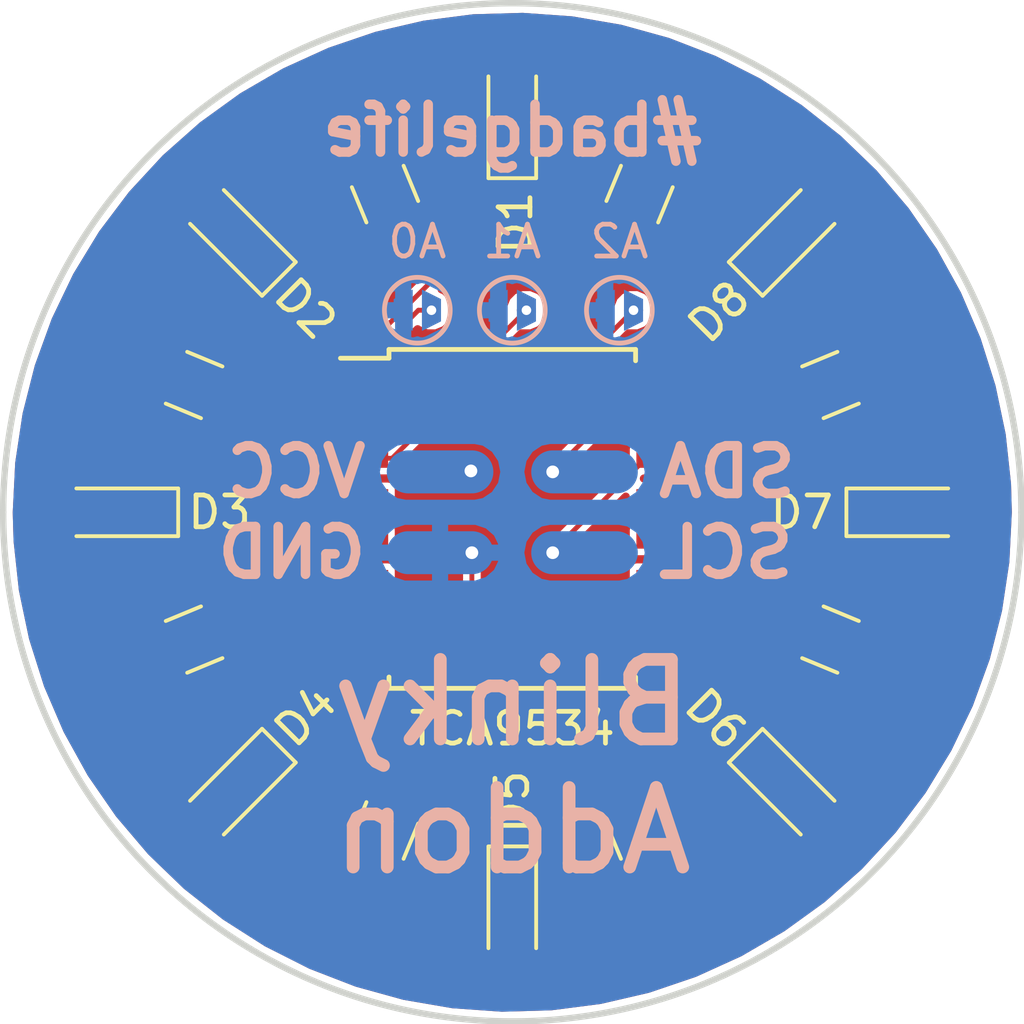
<source format=kicad_pcb>
(kicad_pcb (version 20171130) (host pcbnew "(5.0.0-rc2-dev-222-g3b0a758)")

  (general
    (thickness 1.6)
    (drawings 10)
    (tracks 75)
    (zones 0)
    (modules 21)
    (nets 24)
  )

  (page A4)
  (layers
    (0 F.Cu signal)
    (31 B.Cu signal)
    (32 B.Adhes user)
    (33 F.Adhes user)
    (34 B.Paste user)
    (35 F.Paste user)
    (36 B.SilkS user)
    (37 F.SilkS user)
    (38 B.Mask user)
    (39 F.Mask user)
    (40 Dwgs.User user)
    (41 Cmts.User user)
    (42 Eco1.User user)
    (43 Eco2.User user)
    (44 Edge.Cuts user)
    (45 Margin user)
    (46 B.CrtYd user)
    (47 F.CrtYd user)
    (48 B.Fab user)
    (49 F.Fab user)
  )

  (setup
    (last_trace_width 0.1524)
    (user_trace_width 0.1524)
    (user_trace_width 0.2032)
    (user_trace_width 0.254)
    (user_trace_width 0.3048)
    (trace_clearance 0.1524)
    (zone_clearance 0.2)
    (zone_45_only no)
    (trace_min 0.1524)
    (segment_width 0.2)
    (edge_width 0.15)
    (via_size 0.8)
    (via_drill 0.4)
    (via_min_size 0.4)
    (via_min_drill 0.3)
    (user_via 0.6 0.3)
    (user_via 0.8 0.4)
    (uvia_size 0.3)
    (uvia_drill 0.1)
    (uvias_allowed no)
    (uvia_min_size 0.2)
    (uvia_min_drill 0.1)
    (pcb_text_width 0.3)
    (pcb_text_size 1.5 1.5)
    (mod_edge_width 0.15)
    (mod_text_size 1 1)
    (mod_text_width 0.15)
    (pad_size 1.524 1.524)
    (pad_drill 0.762)
    (pad_to_mask_clearance 0.2)
    (aux_axis_origin 50 50)
    (grid_origin 66 66)
    (visible_elements FFFFFF7F)
    (pcbplotparams
      (layerselection 0x010fc_ffffffff)
      (usegerberextensions false)
      (usegerberattributes false)
      (usegerberadvancedattributes false)
      (creategerberjobfile false)
      (excludeedgelayer true)
      (linewidth 0.100000)
      (plotframeref false)
      (viasonmask false)
      (mode 1)
      (useauxorigin false)
      (hpglpennumber 1)
      (hpglpenspeed 20)
      (hpglpendiameter 15)
      (psnegative false)
      (psa4output false)
      (plotreference true)
      (plotvalue true)
      (plotinvisibletext false)
      (padsonsilk false)
      (subtractmaskfromsilk false)
      (outputformat 1)
      (mirror false)
      (drillshape 1)
      (scaleselection 1)
      (outputdirectory ""))
  )

  (net 0 "")
  (net 1 "Net-(D1-Pad2)")
  (net 2 P0)
  (net 3 P1)
  (net 4 "Net-(D2-Pad2)")
  (net 5 "Net-(D3-Pad2)")
  (net 6 P2)
  (net 7 P3)
  (net 8 "Net-(D4-Pad2)")
  (net 9 "Net-(D5-Pad2)")
  (net 10 P4)
  (net 11 P5)
  (net 12 "Net-(D6-Pad2)")
  (net 13 "Net-(D7-Pad2)")
  (net 14 P6)
  (net 15 P7)
  (net 16 "Net-(D8-Pad2)")
  (net 17 SCL)
  (net 18 GND)
  (net 19 SDA)
  (net 20 VCC)
  (net 21 "Net-(JP1-Pad2)")
  (net 22 "Net-(JP2-Pad2)")
  (net 23 "Net-(JP3-Pad2)")

  (net_class Default "This is the default net class."
    (clearance 0.1524)
    (trace_width 0.1524)
    (via_dia 0.8)
    (via_drill 0.4)
    (uvia_dia 0.3)
    (uvia_drill 0.1)
    (add_net GND)
    (add_net "Net-(D1-Pad2)")
    (add_net "Net-(D2-Pad2)")
    (add_net "Net-(D3-Pad2)")
    (add_net "Net-(D4-Pad2)")
    (add_net "Net-(D5-Pad2)")
    (add_net "Net-(D6-Pad2)")
    (add_net "Net-(D7-Pad2)")
    (add_net "Net-(D8-Pad2)")
    (add_net "Net-(JP1-Pad2)")
    (add_net "Net-(JP2-Pad2)")
    (add_net "Net-(JP3-Pad2)")
    (add_net P0)
    (add_net P1)
    (add_net P2)
    (add_net P3)
    (add_net P4)
    (add_net P5)
    (add_net P6)
    (add_net P7)
    (add_net SCL)
    (add_net SDA)
    (add_net VCC)
  )

  (module LEDs:LED_0805_HandSoldering (layer F.Cu) (tedit 595FCA25) (tstamp 5B571AD5)
    (at 66 53.3 90)
    (descr "Resistor SMD 0805, hand soldering")
    (tags "resistor 0805")
    (path /5B54A0A8)
    (attr smd)
    (fp_text reference D1 (at -3.6 0.1 90) (layer F.SilkS)
      (effects (font (size 1 1) (thickness 0.15)))
    )
    (fp_text value LED (at 0 1.75 90) (layer F.Fab)
      (effects (font (size 1 1) (thickness 0.15)))
    )
    (fp_line (start -2.2 -0.75) (end -2.2 0.75) (layer F.SilkS) (width 0.12))
    (fp_line (start 2.35 0.9) (end -2.35 0.9) (layer F.CrtYd) (width 0.05))
    (fp_line (start 2.35 0.9) (end 2.35 -0.9) (layer F.CrtYd) (width 0.05))
    (fp_line (start -2.35 -0.9) (end -2.35 0.9) (layer F.CrtYd) (width 0.05))
    (fp_line (start -2.35 -0.9) (end 2.35 -0.9) (layer F.CrtYd) (width 0.05))
    (fp_line (start -2.2 -0.75) (end 1 -0.75) (layer F.SilkS) (width 0.12))
    (fp_line (start 1 0.75) (end -2.2 0.75) (layer F.SilkS) (width 0.12))
    (fp_line (start -1 -0.62) (end 1 -0.62) (layer F.Fab) (width 0.1))
    (fp_line (start 1 -0.62) (end 1 0.62) (layer F.Fab) (width 0.1))
    (fp_line (start 1 0.62) (end -1 0.62) (layer F.Fab) (width 0.1))
    (fp_line (start -1 0.62) (end -1 -0.62) (layer F.Fab) (width 0.1))
    (fp_line (start 0.2 -0.4) (end 0.2 0.4) (layer F.Fab) (width 0.1))
    (fp_line (start 0.2 0.4) (end -0.4 0) (layer F.Fab) (width 0.1))
    (fp_line (start -0.4 0) (end 0.2 -0.4) (layer F.Fab) (width 0.1))
    (fp_line (start -0.4 -0.4) (end -0.4 0.4) (layer F.Fab) (width 0.1))
    (pad 2 smd rect (at 1.35 0 90) (size 1.5 1.3) (layers F.Cu F.Paste F.Mask)
      (net 1 "Net-(D1-Pad2)"))
    (pad 1 smd rect (at -1.35 0 90) (size 1.5 1.3) (layers F.Cu F.Paste F.Mask)
      (net 2 P0))
    (model ${KISYS3DMOD}/LEDs.3dshapes/LED_0805.wrl
      (at (xyz 0 0 0))
      (scale (xyz 1 1 1))
      (rotate (xyz 0 0 0))
    )
  )

  (module LEDs:LED_0805_HandSoldering (layer F.Cu) (tedit 595FCA25) (tstamp 5B56E845)
    (at 57.11 57.11 135)
    (descr "Resistor SMD 0805, hand soldering")
    (tags "resistor 0805")
    (path /5B549D7E)
    (attr smd)
    (fp_text reference D2 (at -3.450681 -0.070711 135) (layer F.SilkS)
      (effects (font (size 1 1) (thickness 0.15)))
    )
    (fp_text value LED (at 0 1.75 135) (layer F.Fab)
      (effects (font (size 1 1) (thickness 0.15)))
    )
    (fp_line (start -0.4 -0.4) (end -0.4 0.4) (layer F.Fab) (width 0.1))
    (fp_line (start -0.4 0) (end 0.2 -0.4) (layer F.Fab) (width 0.1))
    (fp_line (start 0.2 0.4) (end -0.4 0) (layer F.Fab) (width 0.1))
    (fp_line (start 0.2 -0.4) (end 0.2 0.4) (layer F.Fab) (width 0.1))
    (fp_line (start -1 0.62) (end -1 -0.62) (layer F.Fab) (width 0.1))
    (fp_line (start 1 0.62) (end -1 0.62) (layer F.Fab) (width 0.1))
    (fp_line (start 1 -0.62) (end 1 0.62) (layer F.Fab) (width 0.1))
    (fp_line (start -1 -0.62) (end 1 -0.62) (layer F.Fab) (width 0.1))
    (fp_line (start 1 0.75) (end -2.2 0.75) (layer F.SilkS) (width 0.12))
    (fp_line (start -2.2 -0.75) (end 1 -0.75) (layer F.SilkS) (width 0.12))
    (fp_line (start -2.35 -0.9) (end 2.35 -0.9) (layer F.CrtYd) (width 0.05))
    (fp_line (start -2.35 -0.9) (end -2.35 0.9) (layer F.CrtYd) (width 0.05))
    (fp_line (start 2.35 0.9) (end 2.35 -0.9) (layer F.CrtYd) (width 0.05))
    (fp_line (start 2.35 0.9) (end -2.35 0.9) (layer F.CrtYd) (width 0.05))
    (fp_line (start -2.2 -0.75) (end -2.2 0.75) (layer F.SilkS) (width 0.12))
    (pad 1 smd rect (at -1.35 0 135) (size 1.5 1.3) (layers F.Cu F.Paste F.Mask)
      (net 3 P1))
    (pad 2 smd rect (at 1.35 0 135) (size 1.5 1.3) (layers F.Cu F.Paste F.Mask)
      (net 4 "Net-(D2-Pad2)"))
    (model ${KISYS3DMOD}/LEDs.3dshapes/LED_0805.wrl
      (at (xyz 0 0 0))
      (scale (xyz 1 1 1))
      (rotate (xyz 0 0 0))
    )
  )

  (module LEDs:LED_0805_HandSoldering (layer F.Cu) (tedit 595FCA25) (tstamp 5B56E85A)
    (at 53.3 66 180)
    (descr "Resistor SMD 0805, hand soldering")
    (tags "resistor 0805")
    (path /5B5496E6)
    (attr smd)
    (fp_text reference D3 (at -3.5 0 180) (layer F.SilkS)
      (effects (font (size 1 1) (thickness 0.15)))
    )
    (fp_text value LED (at 0 1.75 180) (layer F.Fab)
      (effects (font (size 1 1) (thickness 0.15)))
    )
    (fp_line (start -2.2 -0.75) (end -2.2 0.75) (layer F.SilkS) (width 0.12))
    (fp_line (start 2.35 0.9) (end -2.35 0.9) (layer F.CrtYd) (width 0.05))
    (fp_line (start 2.35 0.9) (end 2.35 -0.9) (layer F.CrtYd) (width 0.05))
    (fp_line (start -2.35 -0.9) (end -2.35 0.9) (layer F.CrtYd) (width 0.05))
    (fp_line (start -2.35 -0.9) (end 2.35 -0.9) (layer F.CrtYd) (width 0.05))
    (fp_line (start -2.2 -0.75) (end 1 -0.75) (layer F.SilkS) (width 0.12))
    (fp_line (start 1 0.75) (end -2.2 0.75) (layer F.SilkS) (width 0.12))
    (fp_line (start -1 -0.62) (end 1 -0.62) (layer F.Fab) (width 0.1))
    (fp_line (start 1 -0.62) (end 1 0.62) (layer F.Fab) (width 0.1))
    (fp_line (start 1 0.62) (end -1 0.62) (layer F.Fab) (width 0.1))
    (fp_line (start -1 0.62) (end -1 -0.62) (layer F.Fab) (width 0.1))
    (fp_line (start 0.2 -0.4) (end 0.2 0.4) (layer F.Fab) (width 0.1))
    (fp_line (start 0.2 0.4) (end -0.4 0) (layer F.Fab) (width 0.1))
    (fp_line (start -0.4 0) (end 0.2 -0.4) (layer F.Fab) (width 0.1))
    (fp_line (start -0.4 -0.4) (end -0.4 0.4) (layer F.Fab) (width 0.1))
    (pad 2 smd rect (at 1.35 0 180) (size 1.5 1.3) (layers F.Cu F.Paste F.Mask)
      (net 5 "Net-(D3-Pad2)"))
    (pad 1 smd rect (at -1.35 0 180) (size 1.5 1.3) (layers F.Cu F.Paste F.Mask)
      (net 6 P2))
    (model ${KISYS3DMOD}/LEDs.3dshapes/LED_0805.wrl
      (at (xyz 0 0 0))
      (scale (xyz 1 1 1))
      (rotate (xyz 0 0 0))
    )
  )

  (module LEDs:LED_0805_HandSoldering (layer F.Cu) (tedit 5B549569) (tstamp 5B56E86F)
    (at 57.11 74.89 225)
    (descr "Resistor SMD 0805, hand soldering")
    (tags "resistor 0805")
    (path /5B54A513)
    (attr smd)
    (fp_text reference D4 (at -3.450681 0.070711 225) (layer F.SilkS)
      (effects (font (size 1 1) (thickness 0.15)))
    )
    (fp_text value LED (at 0 1.75 225) (layer F.Fab)
      (effects (font (size 1 1) (thickness 0.15)))
    )
    (fp_line (start -0.4 -0.4) (end -0.4 0.4) (layer F.Fab) (width 0.1))
    (fp_line (start -0.4 0) (end 0.2 -0.4) (layer F.Fab) (width 0.1))
    (fp_line (start 0.2 0.4) (end -0.4 0) (layer F.Fab) (width 0.1))
    (fp_line (start 0.2 -0.4) (end 0.2 0.4) (layer F.Fab) (width 0.1))
    (fp_line (start -1 0.62) (end -1 -0.62) (layer F.Fab) (width 0.1))
    (fp_line (start 1 0.62) (end -1 0.62) (layer F.Fab) (width 0.1))
    (fp_line (start 1 -0.62) (end 1 0.62) (layer F.Fab) (width 0.1))
    (fp_line (start -1 -0.62) (end 1 -0.62) (layer F.Fab) (width 0.1))
    (fp_line (start 1 0.75) (end -2.2 0.75) (layer F.SilkS) (width 0.12))
    (fp_line (start -2.2 -0.75) (end 1 -0.75) (layer F.SilkS) (width 0.12))
    (fp_line (start -2.35 -0.9) (end 2.35 -0.9) (layer F.CrtYd) (width 0.05))
    (fp_line (start -2.35 -0.9) (end -2.35 0.9) (layer F.CrtYd) (width 0.05))
    (fp_line (start 2.35 0.9) (end 2.35 -0.9) (layer F.CrtYd) (width 0.05))
    (fp_line (start 2.35 0.9) (end -2.35 0.9) (layer F.CrtYd) (width 0.05))
    (fp_line (start -2.2 -0.75) (end -2.2 0.75) (layer F.SilkS) (width 0.12))
    (pad 1 smd rect (at -1.35 0 225) (size 1.5 1.3) (layers F.Cu F.Paste F.Mask)
      (net 7 P3))
    (pad 2 smd rect (at 1.35 0 225) (size 1.5 1.3) (layers F.Cu F.Paste F.Mask)
      (net 8 "Net-(D4-Pad2)"))
    (model ${KISYS3DMOD}/LEDs.3dshapes/LED_0805.wrl
      (at (xyz 0 0 0))
      (scale (xyz 1 1 1))
      (rotate (xyz 0 0 0))
    )
  )

  (module LEDs:LED_0805_HandSoldering (layer F.Cu) (tedit 595FCA25) (tstamp 5B56E884)
    (at 66 78.7 270)
    (descr "Resistor SMD 0805, hand soldering")
    (tags "resistor 0805")
    (path /5B54AA5E)
    (attr smd)
    (fp_text reference D5 (at -3.6 0 270) (layer F.SilkS)
      (effects (font (size 1 1) (thickness 0.15)))
    )
    (fp_text value LED (at 0 1.75 270) (layer F.Fab)
      (effects (font (size 1 1) (thickness 0.15)))
    )
    (fp_line (start -2.2 -0.75) (end -2.2 0.75) (layer F.SilkS) (width 0.12))
    (fp_line (start 2.35 0.9) (end -2.35 0.9) (layer F.CrtYd) (width 0.05))
    (fp_line (start 2.35 0.9) (end 2.35 -0.9) (layer F.CrtYd) (width 0.05))
    (fp_line (start -2.35 -0.9) (end -2.35 0.9) (layer F.CrtYd) (width 0.05))
    (fp_line (start -2.35 -0.9) (end 2.35 -0.9) (layer F.CrtYd) (width 0.05))
    (fp_line (start -2.2 -0.75) (end 1 -0.75) (layer F.SilkS) (width 0.12))
    (fp_line (start 1 0.75) (end -2.2 0.75) (layer F.SilkS) (width 0.12))
    (fp_line (start -1 -0.62) (end 1 -0.62) (layer F.Fab) (width 0.1))
    (fp_line (start 1 -0.62) (end 1 0.62) (layer F.Fab) (width 0.1))
    (fp_line (start 1 0.62) (end -1 0.62) (layer F.Fab) (width 0.1))
    (fp_line (start -1 0.62) (end -1 -0.62) (layer F.Fab) (width 0.1))
    (fp_line (start 0.2 -0.4) (end 0.2 0.4) (layer F.Fab) (width 0.1))
    (fp_line (start 0.2 0.4) (end -0.4 0) (layer F.Fab) (width 0.1))
    (fp_line (start -0.4 0) (end 0.2 -0.4) (layer F.Fab) (width 0.1))
    (fp_line (start -0.4 -0.4) (end -0.4 0.4) (layer F.Fab) (width 0.1))
    (pad 2 smd rect (at 1.35 0 270) (size 1.5 1.3) (layers F.Cu F.Paste F.Mask)
      (net 9 "Net-(D5-Pad2)"))
    (pad 1 smd rect (at -1.35 0 270) (size 1.5 1.3) (layers F.Cu F.Paste F.Mask)
      (net 10 P4))
    (model ${KISYS3DMOD}/LEDs.3dshapes/LED_0805.wrl
      (at (xyz 0 0 0))
      (scale (xyz 1 1 1))
      (rotate (xyz 0 0 0))
    )
  )

  (module LEDs:LED_0805_HandSoldering (layer F.Cu) (tedit 5B54957D) (tstamp 5B56E899)
    (at 74.89 74.89 315)
    (descr "Resistor SMD 0805, hand soldering")
    (tags "resistor 0805")
    (path /5B54B0A1)
    (attr smd)
    (fp_text reference D6 (at -3.450681 0.070711 315) (layer F.SilkS)
      (effects (font (size 1 1) (thickness 0.15)))
    )
    (fp_text value LED (at 0 1.75 315) (layer F.Fab)
      (effects (font (size 1 1) (thickness 0.15)))
    )
    (fp_line (start -0.4 -0.4) (end -0.4 0.4) (layer F.Fab) (width 0.1))
    (fp_line (start -0.4 0) (end 0.2 -0.4) (layer F.Fab) (width 0.1))
    (fp_line (start 0.2 0.4) (end -0.4 0) (layer F.Fab) (width 0.1))
    (fp_line (start 0.2 -0.4) (end 0.2 0.4) (layer F.Fab) (width 0.1))
    (fp_line (start -1 0.62) (end -1 -0.62) (layer F.Fab) (width 0.1))
    (fp_line (start 1 0.62) (end -1 0.62) (layer F.Fab) (width 0.1))
    (fp_line (start 1 -0.62) (end 1 0.62) (layer F.Fab) (width 0.1))
    (fp_line (start -1 -0.62) (end 1 -0.62) (layer F.Fab) (width 0.1))
    (fp_line (start 1 0.75) (end -2.2 0.75) (layer F.SilkS) (width 0.12))
    (fp_line (start -2.2 -0.75) (end 1 -0.75) (layer F.SilkS) (width 0.12))
    (fp_line (start -2.35 -0.9) (end 2.35 -0.9) (layer F.CrtYd) (width 0.05))
    (fp_line (start -2.35 -0.9) (end -2.35 0.9) (layer F.CrtYd) (width 0.05))
    (fp_line (start 2.35 0.9) (end 2.35 -0.9) (layer F.CrtYd) (width 0.05))
    (fp_line (start 2.35 0.9) (end -2.35 0.9) (layer F.CrtYd) (width 0.05))
    (fp_line (start -2.2 -0.75) (end -2.2 0.75) (layer F.SilkS) (width 0.12))
    (pad 1 smd rect (at -1.35 0 315) (size 1.5 1.3) (layers F.Cu F.Paste F.Mask)
      (net 11 P5))
    (pad 2 smd rect (at 1.35 0 315) (size 1.5 1.3) (layers F.Cu F.Paste F.Mask)
      (net 12 "Net-(D6-Pad2)"))
    (model ${KISYS3DMOD}/LEDs.3dshapes/LED_0805.wrl
      (at (xyz 0 0 0))
      (scale (xyz 1 1 1))
      (rotate (xyz 0 0 0))
    )
  )

  (module LEDs:LED_0805_HandSoldering (layer F.Cu) (tedit 5B549588) (tstamp 5B56E8AE)
    (at 78.7 66)
    (descr "Resistor SMD 0805, hand soldering")
    (tags "resistor 0805")
    (path /5B54B7F6)
    (attr smd)
    (fp_text reference D7 (at -3.6 0) (layer F.SilkS)
      (effects (font (size 1 1) (thickness 0.15)))
    )
    (fp_text value LED (at 0 1.75) (layer F.Fab)
      (effects (font (size 1 1) (thickness 0.15)))
    )
    (fp_line (start -2.2 -0.75) (end -2.2 0.75) (layer F.SilkS) (width 0.12))
    (fp_line (start 2.35 0.9) (end -2.35 0.9) (layer F.CrtYd) (width 0.05))
    (fp_line (start 2.35 0.9) (end 2.35 -0.9) (layer F.CrtYd) (width 0.05))
    (fp_line (start -2.35 -0.9) (end -2.35 0.9) (layer F.CrtYd) (width 0.05))
    (fp_line (start -2.35 -0.9) (end 2.35 -0.9) (layer F.CrtYd) (width 0.05))
    (fp_line (start -2.2 -0.75) (end 1 -0.75) (layer F.SilkS) (width 0.12))
    (fp_line (start 1 0.75) (end -2.2 0.75) (layer F.SilkS) (width 0.12))
    (fp_line (start -1 -0.62) (end 1 -0.62) (layer F.Fab) (width 0.1))
    (fp_line (start 1 -0.62) (end 1 0.62) (layer F.Fab) (width 0.1))
    (fp_line (start 1 0.62) (end -1 0.62) (layer F.Fab) (width 0.1))
    (fp_line (start -1 0.62) (end -1 -0.62) (layer F.Fab) (width 0.1))
    (fp_line (start 0.2 -0.4) (end 0.2 0.4) (layer F.Fab) (width 0.1))
    (fp_line (start 0.2 0.4) (end -0.4 0) (layer F.Fab) (width 0.1))
    (fp_line (start -0.4 0) (end 0.2 -0.4) (layer F.Fab) (width 0.1))
    (fp_line (start -0.4 -0.4) (end -0.4 0.4) (layer F.Fab) (width 0.1))
    (pad 2 smd rect (at 1.35 0) (size 1.5 1.3) (layers F.Cu F.Paste F.Mask)
      (net 13 "Net-(D7-Pad2)"))
    (pad 1 smd rect (at -1.35 0) (size 1.5 1.3) (layers F.Cu F.Paste F.Mask)
      (net 14 P6))
    (model ${KISYS3DMOD}/LEDs.3dshapes/LED_0805.wrl
      (at (xyz 0 0 0))
      (scale (xyz 1 1 1))
      (rotate (xyz 0 0 0))
    )
  )

  (module LEDs:LED_0805_HandSoldering (layer F.Cu) (tedit 595FCA25) (tstamp 5B56E8C3)
    (at 74.89 57.11 45)
    (descr "Resistor SMD 0805, hand soldering")
    (tags "resistor 0805")
    (path /5B54C085)
    (attr smd)
    (fp_text reference D8 (at -3.521392 0.141421 45) (layer F.SilkS)
      (effects (font (size 1 1) (thickness 0.15)))
    )
    (fp_text value LED (at 0 1.75 45) (layer F.Fab)
      (effects (font (size 1 1) (thickness 0.15)))
    )
    (fp_line (start -0.4 -0.4) (end -0.4 0.4) (layer F.Fab) (width 0.1))
    (fp_line (start -0.4 0) (end 0.2 -0.4) (layer F.Fab) (width 0.1))
    (fp_line (start 0.2 0.4) (end -0.4 0) (layer F.Fab) (width 0.1))
    (fp_line (start 0.2 -0.4) (end 0.2 0.4) (layer F.Fab) (width 0.1))
    (fp_line (start -1 0.62) (end -1 -0.62) (layer F.Fab) (width 0.1))
    (fp_line (start 1 0.62) (end -1 0.62) (layer F.Fab) (width 0.1))
    (fp_line (start 1 -0.62) (end 1 0.62) (layer F.Fab) (width 0.1))
    (fp_line (start -1 -0.62) (end 1 -0.62) (layer F.Fab) (width 0.1))
    (fp_line (start 1 0.75) (end -2.2 0.75) (layer F.SilkS) (width 0.12))
    (fp_line (start -2.2 -0.75) (end 1 -0.75) (layer F.SilkS) (width 0.12))
    (fp_line (start -2.35 -0.9) (end 2.35 -0.9) (layer F.CrtYd) (width 0.05))
    (fp_line (start -2.35 -0.9) (end -2.35 0.9) (layer F.CrtYd) (width 0.05))
    (fp_line (start 2.35 0.9) (end 2.35 -0.9) (layer F.CrtYd) (width 0.05))
    (fp_line (start 2.35 0.9) (end -2.35 0.9) (layer F.CrtYd) (width 0.05))
    (fp_line (start -2.2 -0.75) (end -2.2 0.75) (layer F.SilkS) (width 0.12))
    (pad 1 smd rect (at -1.35 0 45) (size 1.5 1.3) (layers F.Cu F.Paste F.Mask)
      (net 15 P7))
    (pad 2 smd rect (at 1.35 0 45) (size 1.5 1.3) (layers F.Cu F.Paste F.Mask)
      (net 16 "Net-(D8-Pad2)"))
    (model ${KISYS3DMOD}/LEDs.3dshapes/LED_0805.wrl
      (at (xyz 0 0 0))
      (scale (xyz 1 1 1))
      (rotate (xyz 0 0 0))
    )
  )

  (module Connectors:Solder_Jumper (layer B.Cu) (tedit 5B5495EE) (tstamp 5B57288B)
    (at 63.0155 59.65)
    (path /5B548D05)
    (fp_text reference A0 (at 0 -2.159) (layer B.SilkS)
      (effects (font (size 1 1) (thickness 0.15)) (justify mirror))
    )
    (fp_text value Jumper_NC_Small (at 0 2.032) (layer B.Fab) hide
      (effects (font (size 1 1) (thickness 0.15)) (justify mirror))
    )
    (fp_circle (center 0 0) (end 0.6985 0.762) (layer B.SilkS) (width 0.15))
    (pad 2 smd trapezoid (at 0.4445 0) (size 0.6 1) (rect_delta 0.3 0 ) (layers B.Cu B.Paste B.Mask)
      (net 21 "Net-(JP1-Pad2)"))
    (pad 1 smd trapezoid (at -0.4445 0 180) (size 0.6 1) (rect_delta 0.3 0 ) (layers B.Cu B.Paste B.Mask)
      (net 18 GND))
  )

  (module Connectors:Solder_Jumper (layer B.Cu) (tedit 5B5495F8) (tstamp 5B56E8D9)
    (at 66 59.65)
    (path /5B548D35)
    (fp_text reference A1 (at 0 -2.159) (layer B.SilkS)
      (effects (font (size 1 1) (thickness 0.15)) (justify mirror))
    )
    (fp_text value Jumper_NC_Small (at 0 2.032) (layer B.Fab) hide
      (effects (font (size 1 1) (thickness 0.15)) (justify mirror))
    )
    (fp_circle (center 0 0) (end 0.6985 0.762) (layer B.SilkS) (width 0.15))
    (pad 1 smd trapezoid (at -0.4445 0 180) (size 0.6 1) (rect_delta 0.3 0 ) (layers B.Cu B.Paste B.Mask)
      (net 18 GND))
    (pad 2 smd trapezoid (at 0.4445 0) (size 0.6 1) (rect_delta 0.3 0 ) (layers B.Cu B.Paste B.Mask)
      (net 22 "Net-(JP2-Pad2)"))
  )

  (module Connectors:Solder_Jumper (layer B.Cu) (tedit 5B549600) (tstamp 5B56E8E0)
    (at 69.3655 59.65)
    (path /5B548D4D)
    (fp_text reference A2 (at 0 -2.159) (layer B.SilkS)
      (effects (font (size 1 1) (thickness 0.15)) (justify mirror))
    )
    (fp_text value Jumper_NC_Small (at 0 2.032) (layer B.Fab) hide
      (effects (font (size 1 1) (thickness 0.15)) (justify mirror))
    )
    (fp_circle (center 0 0) (end 0.6985 0.762) (layer B.SilkS) (width 0.15))
    (pad 2 smd trapezoid (at 0.4445 0) (size 0.6 1) (rect_delta 0.3 0 ) (layers B.Cu B.Paste B.Mask)
      (net 23 "Net-(JP3-Pad2)"))
    (pad 1 smd trapezoid (at -0.4445 0 180) (size 0.6 1) (rect_delta 0.3 0 ) (layers B.Cu B.Paste B.Mask)
      (net 18 GND))
  )

  (module Resistors_SMD:R_0805_HandSoldering (layer F.Cu) (tedit 5B54951E) (tstamp 5B572356)
    (at 70 56 67.5)
    (descr "Resistor SMD 0805, hand soldering")
    (tags "resistor 0805")
    (path /5B54A0AF)
    (attr smd)
    (fp_text reference R1 (at 0 -1.7 67.5) (layer F.SilkS) hide
      (effects (font (size 1 1) (thickness 0.15)))
    )
    (fp_text value 1K (at 0 1.75 67.5) (layer F.Fab)
      (effects (font (size 1 1) (thickness 0.15)))
    )
    (fp_line (start 2.35 0.9) (end -2.35 0.9) (layer F.CrtYd) (width 0.05))
    (fp_line (start 2.35 0.9) (end 2.35 -0.9) (layer F.CrtYd) (width 0.05))
    (fp_line (start -2.35 -0.9) (end -2.35 0.9) (layer F.CrtYd) (width 0.05))
    (fp_line (start -2.35 -0.9) (end 2.35 -0.9) (layer F.CrtYd) (width 0.05))
    (fp_line (start -0.6 -0.88) (end 0.6 -0.88) (layer F.SilkS) (width 0.12))
    (fp_line (start 0.6 0.88) (end -0.6 0.88) (layer F.SilkS) (width 0.12))
    (fp_line (start -1 -0.62) (end 1 -0.62) (layer F.Fab) (width 0.1))
    (fp_line (start 1 -0.62) (end 1 0.62) (layer F.Fab) (width 0.1))
    (fp_line (start 1 0.62) (end -1 0.62) (layer F.Fab) (width 0.1))
    (fp_line (start -1 0.62) (end -1 -0.62) (layer F.Fab) (width 0.1))
    (fp_text user %R (at 0 0 67.5) (layer F.Fab)
      (effects (font (size 0.5 0.5) (thickness 0.075)))
    )
    (pad 2 smd rect (at 1.35 0 67.5) (size 1.5 1.3) (layers F.Cu F.Paste F.Mask)
      (net 1 "Net-(D1-Pad2)"))
    (pad 1 smd rect (at -1.35 0 67.5) (size 1.5 1.3) (layers F.Cu F.Paste F.Mask)
      (net 20 VCC))
    (model ${KISYS3DMOD}/Resistors_SMD.3dshapes/R_0805.wrl
      (at (xyz 0 0 0))
      (scale (xyz 1 1 1))
      (rotate (xyz 0 0 0))
    )
  )

  (module Resistors_SMD:R_0805_HandSoldering (layer F.Cu) (tedit 5B549519) (tstamp 5B56E902)
    (at 62 56 112.5)
    (descr "Resistor SMD 0805, hand soldering")
    (tags "resistor 0805")
    (path /5B549D85)
    (attr smd)
    (fp_text reference R2 (at 0 -1.7 112.5) (layer F.SilkS) hide
      (effects (font (size 1 1) (thickness 0.15)))
    )
    (fp_text value 1K (at 0 1.75 112.5) (layer F.Fab)
      (effects (font (size 1 1) (thickness 0.15)))
    )
    (fp_text user %R (at 0 0 112.5) (layer F.Fab)
      (effects (font (size 0.5 0.5) (thickness 0.075)))
    )
    (fp_line (start -1 0.62) (end -1 -0.62) (layer F.Fab) (width 0.1))
    (fp_line (start 1 0.62) (end -1 0.62) (layer F.Fab) (width 0.1))
    (fp_line (start 1 -0.62) (end 1 0.62) (layer F.Fab) (width 0.1))
    (fp_line (start -1 -0.62) (end 1 -0.62) (layer F.Fab) (width 0.1))
    (fp_line (start 0.6 0.88) (end -0.6 0.88) (layer F.SilkS) (width 0.12))
    (fp_line (start -0.6 -0.88) (end 0.6 -0.88) (layer F.SilkS) (width 0.12))
    (fp_line (start -2.35 -0.9) (end 2.35 -0.9) (layer F.CrtYd) (width 0.05))
    (fp_line (start -2.35 -0.9) (end -2.35 0.9) (layer F.CrtYd) (width 0.05))
    (fp_line (start 2.35 0.9) (end 2.35 -0.9) (layer F.CrtYd) (width 0.05))
    (fp_line (start 2.35 0.9) (end -2.35 0.9) (layer F.CrtYd) (width 0.05))
    (pad 1 smd rect (at -1.35 0 112.5) (size 1.5 1.3) (layers F.Cu F.Paste F.Mask)
      (net 20 VCC))
    (pad 2 smd rect (at 1.35 0 112.5) (size 1.5 1.3) (layers F.Cu F.Paste F.Mask)
      (net 4 "Net-(D2-Pad2)"))
    (model ${KISYS3DMOD}/Resistors_SMD.3dshapes/R_0805.wrl
      (at (xyz 0 0 0))
      (scale (xyz 1 1 1))
      (rotate (xyz 0 0 0))
    )
  )

  (module Resistors_SMD:R_0805_HandSoldering (layer F.Cu) (tedit 5B549512) (tstamp 5B56E913)
    (at 56 62 157.5)
    (descr "Resistor SMD 0805, hand soldering")
    (tags "resistor 0805")
    (path /5B54977A)
    (attr smd)
    (fp_text reference R3 (at 0 -1.7 157.5) (layer F.SilkS) hide
      (effects (font (size 1 1) (thickness 0.15)))
    )
    (fp_text value 1K (at 0 1.75 157.5) (layer F.Fab)
      (effects (font (size 1 1) (thickness 0.15)))
    )
    (fp_line (start 2.35 0.9) (end -2.35 0.9) (layer F.CrtYd) (width 0.05))
    (fp_line (start 2.35 0.9) (end 2.35 -0.9) (layer F.CrtYd) (width 0.05))
    (fp_line (start -2.35 -0.9) (end -2.35 0.9) (layer F.CrtYd) (width 0.05))
    (fp_line (start -2.35 -0.9) (end 2.35 -0.9) (layer F.CrtYd) (width 0.05))
    (fp_line (start -0.6 -0.88) (end 0.6 -0.88) (layer F.SilkS) (width 0.12))
    (fp_line (start 0.6 0.88) (end -0.6 0.88) (layer F.SilkS) (width 0.12))
    (fp_line (start -1 -0.62) (end 1 -0.62) (layer F.Fab) (width 0.1))
    (fp_line (start 1 -0.62) (end 1 0.62) (layer F.Fab) (width 0.1))
    (fp_line (start 1 0.62) (end -1 0.62) (layer F.Fab) (width 0.1))
    (fp_line (start -1 0.62) (end -1 -0.62) (layer F.Fab) (width 0.1))
    (fp_text user %R (at 0 0 157.5) (layer F.Fab)
      (effects (font (size 0.5 0.5) (thickness 0.075)))
    )
    (pad 2 smd rect (at 1.35 0 157.5) (size 1.5 1.3) (layers F.Cu F.Paste F.Mask)
      (net 5 "Net-(D3-Pad2)"))
    (pad 1 smd rect (at -1.35 0 157.5) (size 1.5 1.3) (layers F.Cu F.Paste F.Mask)
      (net 20 VCC))
    (model ${KISYS3DMOD}/Resistors_SMD.3dshapes/R_0805.wrl
      (at (xyz 0 0 0))
      (scale (xyz 1 1 1))
      (rotate (xyz 0 0 0))
    )
  )

  (module Resistors_SMD:R_0805_HandSoldering (layer F.Cu) (tedit 5B54953E) (tstamp 5B56E924)
    (at 56 70 202.5)
    (descr "Resistor SMD 0805, hand soldering")
    (tags "resistor 0805")
    (path /5B54A51A)
    (attr smd)
    (fp_text reference R4 (at 0 -1.7 202.5) (layer F.SilkS) hide
      (effects (font (size 1 1) (thickness 0.15)))
    )
    (fp_text value 1K (at 0 1.75 202.5) (layer F.Fab)
      (effects (font (size 1 1) (thickness 0.15)))
    )
    (fp_text user %R (at 0 0 202.5) (layer F.Fab)
      (effects (font (size 0.5 0.5) (thickness 0.075)))
    )
    (fp_line (start -1 0.62) (end -1 -0.62) (layer F.Fab) (width 0.1))
    (fp_line (start 1 0.62) (end -1 0.62) (layer F.Fab) (width 0.1))
    (fp_line (start 1 -0.62) (end 1 0.62) (layer F.Fab) (width 0.1))
    (fp_line (start -1 -0.62) (end 1 -0.62) (layer F.Fab) (width 0.1))
    (fp_line (start 0.6 0.88) (end -0.6 0.88) (layer F.SilkS) (width 0.12))
    (fp_line (start -0.6 -0.88) (end 0.6 -0.88) (layer F.SilkS) (width 0.12))
    (fp_line (start -2.35 -0.9) (end 2.35 -0.9) (layer F.CrtYd) (width 0.05))
    (fp_line (start -2.35 -0.9) (end -2.35 0.9) (layer F.CrtYd) (width 0.05))
    (fp_line (start 2.35 0.9) (end 2.35 -0.9) (layer F.CrtYd) (width 0.05))
    (fp_line (start 2.35 0.9) (end -2.35 0.9) (layer F.CrtYd) (width 0.05))
    (pad 1 smd rect (at -1.35 0 202.5) (size 1.5 1.3) (layers F.Cu F.Paste F.Mask)
      (net 20 VCC))
    (pad 2 smd rect (at 1.35 0 202.5) (size 1.5 1.3) (layers F.Cu F.Paste F.Mask)
      (net 8 "Net-(D4-Pad2)"))
    (model ${KISYS3DMOD}/Resistors_SMD.3dshapes/R_0805.wrl
      (at (xyz 0 0 0))
      (scale (xyz 1 1 1))
      (rotate (xyz 0 0 0))
    )
  )

  (module Resistors_SMD:R_0805_HandSoldering (layer F.Cu) (tedit 5B549536) (tstamp 5B56E935)
    (at 62 76 247.5)
    (descr "Resistor SMD 0805, hand soldering")
    (tags "resistor 0805")
    (path /5B54AA65)
    (attr smd)
    (fp_text reference R5 (at 0 -1.7 247.5) (layer F.SilkS) hide
      (effects (font (size 1 1) (thickness 0.15)))
    )
    (fp_text value 1K (at 0 1.75 247.5) (layer F.Fab)
      (effects (font (size 1 1) (thickness 0.15)))
    )
    (fp_line (start 2.35 0.9) (end -2.35 0.9) (layer F.CrtYd) (width 0.05))
    (fp_line (start 2.35 0.9) (end 2.35 -0.9) (layer F.CrtYd) (width 0.05))
    (fp_line (start -2.35 -0.9) (end -2.35 0.9) (layer F.CrtYd) (width 0.05))
    (fp_line (start -2.35 -0.9) (end 2.35 -0.9) (layer F.CrtYd) (width 0.05))
    (fp_line (start -0.6 -0.88) (end 0.6 -0.88) (layer F.SilkS) (width 0.12))
    (fp_line (start 0.6 0.88) (end -0.6 0.88) (layer F.SilkS) (width 0.12))
    (fp_line (start -1 -0.62) (end 1 -0.62) (layer F.Fab) (width 0.1))
    (fp_line (start 1 -0.62) (end 1 0.62) (layer F.Fab) (width 0.1))
    (fp_line (start 1 0.62) (end -1 0.62) (layer F.Fab) (width 0.1))
    (fp_line (start -1 0.62) (end -1 -0.62) (layer F.Fab) (width 0.1))
    (fp_text user %R (at 0 0 247.5) (layer F.Fab)
      (effects (font (size 0.5 0.5) (thickness 0.075)))
    )
    (pad 2 smd rect (at 1.35 0 247.5) (size 1.5 1.3) (layers F.Cu F.Paste F.Mask)
      (net 9 "Net-(D5-Pad2)"))
    (pad 1 smd rect (at -1.35 0 247.5) (size 1.5 1.3) (layers F.Cu F.Paste F.Mask)
      (net 20 VCC))
    (model ${KISYS3DMOD}/Resistors_SMD.3dshapes/R_0805.wrl
      (at (xyz 0 0 0))
      (scale (xyz 1 1 1))
      (rotate (xyz 0 0 0))
    )
  )

  (module Resistors_SMD:R_0805_HandSoldering (layer F.Cu) (tedit 5B549532) (tstamp 5B56E946)
    (at 70 76 292.5)
    (descr "Resistor SMD 0805, hand soldering")
    (tags "resistor 0805")
    (path /5B54B0A8)
    (attr smd)
    (fp_text reference R6 (at 0 -1.7 292.5) (layer F.SilkS) hide
      (effects (font (size 1 1) (thickness 0.15)))
    )
    (fp_text value 1K (at 0 1.75 292.5) (layer F.Fab)
      (effects (font (size 1 1) (thickness 0.15)))
    )
    (fp_text user %R (at 0 0 292.5) (layer F.Fab)
      (effects (font (size 0.5 0.5) (thickness 0.075)))
    )
    (fp_line (start -1 0.62) (end -1 -0.62) (layer F.Fab) (width 0.1))
    (fp_line (start 1 0.62) (end -1 0.62) (layer F.Fab) (width 0.1))
    (fp_line (start 1 -0.62) (end 1 0.62) (layer F.Fab) (width 0.1))
    (fp_line (start -1 -0.62) (end 1 -0.62) (layer F.Fab) (width 0.1))
    (fp_line (start 0.6 0.88) (end -0.6 0.88) (layer F.SilkS) (width 0.12))
    (fp_line (start -0.6 -0.88) (end 0.6 -0.88) (layer F.SilkS) (width 0.12))
    (fp_line (start -2.35 -0.9) (end 2.35 -0.9) (layer F.CrtYd) (width 0.05))
    (fp_line (start -2.35 -0.9) (end -2.35 0.9) (layer F.CrtYd) (width 0.05))
    (fp_line (start 2.35 0.9) (end 2.35 -0.9) (layer F.CrtYd) (width 0.05))
    (fp_line (start 2.35 0.9) (end -2.35 0.9) (layer F.CrtYd) (width 0.05))
    (pad 1 smd rect (at -1.35 0 292.5) (size 1.5 1.3) (layers F.Cu F.Paste F.Mask)
      (net 20 VCC))
    (pad 2 smd rect (at 1.35 0 292.5) (size 1.5 1.3) (layers F.Cu F.Paste F.Mask)
      (net 12 "Net-(D6-Pad2)"))
    (model ${KISYS3DMOD}/Resistors_SMD.3dshapes/R_0805.wrl
      (at (xyz 0 0 0))
      (scale (xyz 1 1 1))
      (rotate (xyz 0 0 0))
    )
  )

  (module Resistors_SMD:R_0805_HandSoldering (layer F.Cu) (tedit 5B54952A) (tstamp 5B57271D)
    (at 76 70 337.5)
    (descr "Resistor SMD 0805, hand soldering")
    (tags "resistor 0805")
    (path /5B54B7FD)
    (attr smd)
    (fp_text reference R7 (at 0 -1.7 337.5) (layer F.SilkS) hide
      (effects (font (size 1 1) (thickness 0.15)))
    )
    (fp_text value 1K (at 0 1.75 337.5) (layer F.Fab)
      (effects (font (size 1 1) (thickness 0.15)))
    )
    (fp_line (start 2.35 0.9) (end -2.35 0.9) (layer F.CrtYd) (width 0.05))
    (fp_line (start 2.35 0.9) (end 2.35 -0.9) (layer F.CrtYd) (width 0.05))
    (fp_line (start -2.35 -0.9) (end -2.35 0.9) (layer F.CrtYd) (width 0.05))
    (fp_line (start -2.35 -0.9) (end 2.35 -0.9) (layer F.CrtYd) (width 0.05))
    (fp_line (start -0.6 -0.88) (end 0.6 -0.88) (layer F.SilkS) (width 0.12))
    (fp_line (start 0.6 0.88) (end -0.6 0.88) (layer F.SilkS) (width 0.12))
    (fp_line (start -1 -0.62) (end 1 -0.62) (layer F.Fab) (width 0.1))
    (fp_line (start 1 -0.62) (end 1 0.62) (layer F.Fab) (width 0.1))
    (fp_line (start 1 0.62) (end -1 0.62) (layer F.Fab) (width 0.1))
    (fp_line (start -1 0.62) (end -1 -0.62) (layer F.Fab) (width 0.1))
    (fp_text user %R (at 0 0 337.5) (layer F.Fab)
      (effects (font (size 0.5 0.5) (thickness 0.075)))
    )
    (pad 2 smd rect (at 1.35 0 337.5) (size 1.5 1.3) (layers F.Cu F.Paste F.Mask)
      (net 13 "Net-(D7-Pad2)"))
    (pad 1 smd rect (at -1.35 0 337.5) (size 1.5 1.3) (layers F.Cu F.Paste F.Mask)
      (net 20 VCC))
    (model ${KISYS3DMOD}/Resistors_SMD.3dshapes/R_0805.wrl
      (at (xyz 0 0 0))
      (scale (xyz 1 1 1))
      (rotate (xyz 0 0 0))
    )
  )

  (module Resistors_SMD:R_0805_HandSoldering (layer F.Cu) (tedit 5B549523) (tstamp 5B56E968)
    (at 76 62 22.5)
    (descr "Resistor SMD 0805, hand soldering")
    (tags "resistor 0805")
    (path /5B54C08C)
    (attr smd)
    (fp_text reference R8 (at 0 -1.7 22.5) (layer F.SilkS) hide
      (effects (font (size 1 1) (thickness 0.15)))
    )
    (fp_text value 1K (at 0 1.75 22.5) (layer F.Fab)
      (effects (font (size 1 1) (thickness 0.15)))
    )
    (fp_text user %R (at 0 0 22.5) (layer F.Fab)
      (effects (font (size 0.5 0.5) (thickness 0.075)))
    )
    (fp_line (start -1 0.62) (end -1 -0.62) (layer F.Fab) (width 0.1))
    (fp_line (start 1 0.62) (end -1 0.62) (layer F.Fab) (width 0.1))
    (fp_line (start 1 -0.62) (end 1 0.62) (layer F.Fab) (width 0.1))
    (fp_line (start -1 -0.62) (end 1 -0.62) (layer F.Fab) (width 0.1))
    (fp_line (start 0.6 0.88) (end -0.6 0.88) (layer F.SilkS) (width 0.12))
    (fp_line (start -0.6 -0.88) (end 0.6 -0.88) (layer F.SilkS) (width 0.12))
    (fp_line (start -2.35 -0.9) (end 2.35 -0.9) (layer F.CrtYd) (width 0.05))
    (fp_line (start -2.35 -0.9) (end -2.35 0.9) (layer F.CrtYd) (width 0.05))
    (fp_line (start 2.35 0.9) (end 2.35 -0.9) (layer F.CrtYd) (width 0.05))
    (fp_line (start 2.35 0.9) (end -2.35 0.9) (layer F.CrtYd) (width 0.05))
    (pad 1 smd rect (at -1.35 0 22.5) (size 1.5 1.3) (layers F.Cu F.Paste F.Mask)
      (net 20 VCC))
    (pad 2 smd rect (at 1.35 0 22.5) (size 1.5 1.3) (layers F.Cu F.Paste F.Mask)
      (net 16 "Net-(D8-Pad2)"))
    (model ${KISYS3DMOD}/Resistors_SMD.3dshapes/R_0805.wrl
      (at (xyz 0 0 0))
      (scale (xyz 1 1 1))
      (rotate (xyz 0 0 0))
    )
  )

  (module Housings_SOIC:SOIC-16W_7.5x10.3mm_Pitch1.27mm (layer F.Cu) (tedit 5B5498A5) (tstamp 5B56E98D)
    (at 66 66.2075)
    (descr "16-Lead Plastic Small Outline (SO) - Wide, 7.50 mm Body [SOIC] (see Microchip Packaging Specification 00000049BS.pdf)")
    (tags "SOIC 1.27")
    (path /5B548AEB)
    (attr smd)
    (fp_text reference U1 (at 0 -3.7075) (layer F.SilkS) hide
      (effects (font (size 1 1) (thickness 0.15)))
    )
    (fp_text value TCA9534 (at 0 6.5925) (layer F.SilkS)
      (effects (font (size 1 1) (thickness 0.15)))
    )
    (fp_line (start -3.875 -5.05) (end -5.4 -5.05) (layer F.SilkS) (width 0.15))
    (fp_line (start -3.875 5.325) (end 3.875 5.325) (layer F.SilkS) (width 0.15))
    (fp_line (start -3.875 -5.325) (end 3.875 -5.325) (layer F.SilkS) (width 0.15))
    (fp_line (start -3.875 5.325) (end -3.875 4.97) (layer F.SilkS) (width 0.15))
    (fp_line (start 3.875 5.325) (end 3.875 4.97) (layer F.SilkS) (width 0.15))
    (fp_line (start 3.875 -5.325) (end 3.875 -4.97) (layer F.SilkS) (width 0.15))
    (fp_line (start -3.875 -5.325) (end -3.875 -5.05) (layer F.SilkS) (width 0.15))
    (fp_line (start -5.65 5.5) (end 5.65 5.5) (layer F.CrtYd) (width 0.05))
    (fp_line (start -5.65 -5.5) (end 5.65 -5.5) (layer F.CrtYd) (width 0.05))
    (fp_line (start 5.65 -5.5) (end 5.65 5.5) (layer F.CrtYd) (width 0.05))
    (fp_line (start -5.65 -5.5) (end -5.65 5.5) (layer F.CrtYd) (width 0.05))
    (fp_line (start -3.75 -4.15) (end -2.75 -5.15) (layer F.Fab) (width 0.15))
    (fp_line (start -3.75 5.15) (end -3.75 -4.15) (layer F.Fab) (width 0.15))
    (fp_line (start 3.75 5.15) (end -3.75 5.15) (layer F.Fab) (width 0.15))
    (fp_line (start 3.75 -5.15) (end 3.75 5.15) (layer F.Fab) (width 0.15))
    (fp_line (start -2.75 -5.15) (end 3.75 -5.15) (layer F.Fab) (width 0.15))
    (fp_text user %R (at 0 0) (layer F.Fab)
      (effects (font (size 1 1) (thickness 0.15)))
    )
    (pad 16 smd rect (at 4.65 -4.445) (size 1.5 0.6) (layers F.Cu F.Paste F.Mask)
      (net 20 VCC))
    (pad 15 smd rect (at 4.65 -3.175) (size 1.5 0.6) (layers F.Cu F.Paste F.Mask)
      (net 19 SDA))
    (pad 14 smd rect (at 4.65 -1.905) (size 1.5 0.6) (layers F.Cu F.Paste F.Mask)
      (net 17 SCL))
    (pad 13 smd rect (at 4.65 -0.635) (size 1.5 0.6) (layers F.Cu F.Paste F.Mask))
    (pad 12 smd rect (at 4.65 0.635) (size 1.5 0.6) (layers F.Cu F.Paste F.Mask)
      (net 15 P7))
    (pad 11 smd rect (at 4.65 1.905) (size 1.5 0.6) (layers F.Cu F.Paste F.Mask)
      (net 14 P6))
    (pad 10 smd rect (at 4.65 3.175) (size 1.5 0.6) (layers F.Cu F.Paste F.Mask)
      (net 11 P5))
    (pad 9 smd rect (at 4.65 4.445) (size 1.5 0.6) (layers F.Cu F.Paste F.Mask)
      (net 10 P4))
    (pad 8 smd rect (at -4.65 4.445) (size 1.5 0.6) (layers F.Cu F.Paste F.Mask)
      (net 18 GND))
    (pad 7 smd rect (at -4.65 3.175) (size 1.5 0.6) (layers F.Cu F.Paste F.Mask)
      (net 7 P3))
    (pad 6 smd rect (at -4.65 1.905) (size 1.5 0.6) (layers F.Cu F.Paste F.Mask)
      (net 6 P2))
    (pad 5 smd rect (at -4.65 0.635) (size 1.5 0.6) (layers F.Cu F.Paste F.Mask)
      (net 3 P1))
    (pad 4 smd rect (at -4.65 -0.635) (size 1.5 0.6) (layers F.Cu F.Paste F.Mask)
      (net 2 P0))
    (pad 3 smd rect (at -4.65 -1.905) (size 1.5 0.6) (layers F.Cu F.Paste F.Mask)
      (net 23 "Net-(JP3-Pad2)"))
    (pad 2 smd rect (at -4.65 -3.175) (size 1.5 0.6) (layers F.Cu F.Paste F.Mask)
      (net 22 "Net-(JP2-Pad2)"))
    (pad 1 smd rect (at -4.65 -4.445) (size 1.5 0.6) (layers F.Cu F.Paste F.Mask)
      (net 21 "Net-(JP1-Pad2)"))
    (model ${KISYS3DMOD}/Housings_SOIC.3dshapes/SOIC-16W_7.5x10.3mm_Pitch1.27mm.wrl
      (at (xyz 0 0 0))
      (scale (xyz 1 1 1))
      (rotate (xyz 0 0 0))
    )
  )

  (module Badgelife:ShittyAddon_SMD_only_SAO (layer F.Cu) (tedit 5B536FD3) (tstamp 5B571A94)
    (at 64.73 64.73)
    (descr "Through hole straight pin header, 2x02, 2.54mm pitch, double rows")
    (tags "Through hole pin header THT 2x02 2.54mm double row")
    (path /5B548B3E)
    (fp_text reference J1 (at 1.27 -2.33) (layer F.SilkS) hide
      (effects (font (size 1 1) (thickness 0.15)))
    )
    (fp_text value "#badgelife" (at 1.27 4.87) (layer F.Fab) hide
      (effects (font (size 1 1) (thickness 0.15)))
    )
    (pad 3 smd oval (at 2.54 2.54) (size 3.35 1.35) (drill (offset 1 0)) (layers B.Cu B.Paste B.Mask)
      (net 17 SCL))
    (pad 4 smd oval (at 2.54 0) (size 3.35 1.35) (drill (offset 1 0)) (layers B.Cu B.Paste B.Mask)
      (net 19 SDA))
    (pad 2 smd oval (at 0 2.54) (size 3.35 1.35) (drill (offset -1 0)) (layers B.Cu B.Paste B.Mask)
      (net 18 GND))
    (pad 1 smd oval (at 0 0) (size 3.35 1.35) (drill (offset -1 0)) (layers B.Cu B.Paste B.Mask)
      (net 20 VCC))
    (model ${KISYS3DMOD}/Pin_Headers.3dshapes/Pin_Header_Straight_2x02_Pitch2.54mm_SMD.step
      (offset (xyz 1.27 -1.27 -1.7))
      (scale (xyz 1 1 1))
      (rotate (xyz 180 0 0))
    )
  )

  (gr_text SCL (at 70.445 67.27) (layer B.SilkS)
    (effects (font (size 1.5 1.5) (thickness 0.3)) (justify right mirror))
  )
  (gr_text SDA (at 70.445 64.73) (layer B.SilkS)
    (effects (font (size 1.5 1.5) (thickness 0.3)) (justify right mirror))
  )
  (gr_text GND (at 61.555 67.27) (layer B.SilkS)
    (effects (font (size 1.5 1.5) (thickness 0.3)) (justify left mirror))
  )
  (gr_text VCC (at 61.555 64.73) (layer B.SilkS)
    (effects (font (size 1.5 1.5) (thickness 0.3)) (justify left mirror))
  )
  (gr_text "Blinky\nAddon" (at 66 74) (layer B.SilkS)
    (effects (font (size 2.5 2.5) (thickness 0.4)) (justify mirror))
  )
  (gr_text "#badgelife" (at 66 54) (layer B.SilkS)
    (effects (font (size 1.5 1.5) (thickness 0.3)) (justify mirror))
  )
  (gr_arc (start 66.000004 65.999999) (end 50 66) (angle -180) (layer Edge.Cuts) (width 0.2) (tstamp 5B571A35))
  (gr_arc (start 66 66) (end 82 66) (angle -180) (layer Edge.Cuts) (width 0.2))
  (gr_line (start 50 50) (end 50 82) (layer Dwgs.User) (width 0.2))
  (gr_line (start 50 50) (end 82 50) (layer Dwgs.User) (width 0.2))

  (segment (start 66 51.95) (end 67.71386 51.95) (width 0.1524) (layer F.Cu) (net 1))
  (segment (start 67.71386 51.95) (end 70.516623 54.752763) (width 0.1524) (layer F.Cu) (net 1))
  (segment (start 61.35 65.5725) (end 60.4476 65.5725) (width 0.1524) (layer F.Cu) (net 2))
  (segment (start 60 61.2) (end 60.4 60.8) (width 0.1524) (layer F.Cu) (net 2))
  (segment (start 60.4476 65.5725) (end 60 65.1249) (width 0.1524) (layer F.Cu) (net 2))
  (segment (start 60 65.1249) (end 60 61.2) (width 0.1524) (layer F.Cu) (net 2))
  (segment (start 60.4 60.8) (end 61.4 60.8) (width 0.1524) (layer F.Cu) (net 2))
  (segment (start 66 55.5524) (end 66 54.65) (width 0.1524) (layer F.Cu) (net 2))
  (segment (start 61.4 60.8) (end 66 56.2) (width 0.1524) (layer F.Cu) (net 2))
  (segment (start 66 56.2) (end 66 55.5524) (width 0.1524) (layer F.Cu) (net 2))
  (segment (start 56.155406 56.155406) (end 60.080734 56.155406) (width 0.1524) (layer F.Cu) (net 4))
  (segment (start 60.080734 56.155406) (end 61.483377 54.752763) (width 0.1524) (layer F.Cu) (net 4))
  (segment (start 51.95 66) (end 51.95 64.28614) (width 0.1524) (layer F.Cu) (net 5))
  (segment (start 51.95 64.28614) (end 54.752763 61.483377) (width 0.1524) (layer F.Cu) (net 5))
  (segment (start 56.155406 75.844594) (end 54.752763 74.441951) (width 0.1524) (layer F.Cu) (net 8))
  (segment (start 54.752763 74.441951) (end 54.752763 70.516623) (width 0.1524) (layer F.Cu) (net 8))
  (segment (start 66 80.05) (end 64.28614 80.05) (width 0.1524) (layer F.Cu) (net 9))
  (segment (start 64.28614 80.05) (end 61.483377 77.247237) (width 0.1524) (layer F.Cu) (net 9))
  (segment (start 75.844594 75.844594) (end 71.919266 75.844594) (width 0.1524) (layer F.Cu) (net 12))
  (segment (start 71.919266 75.844594) (end 70.516623 77.247237) (width 0.1524) (layer F.Cu) (net 12))
  (segment (start 80.05 66) (end 80.05 67.71386) (width 0.1524) (layer F.Cu) (net 13))
  (segment (start 80.05 67.71386) (end 77.247237 70.516623) (width 0.1524) (layer F.Cu) (net 13))
  (segment (start 75.844594 56.155406) (end 75.844594 60.080734) (width 0.1524) (layer F.Cu) (net 16))
  (segment (start 75.844594 60.080734) (end 77.247237 61.483377) (width 0.1524) (layer F.Cu) (net 16))
  (segment (start 58.064594 58.064594) (end 58.665634 58.665634) (width 0.1524) (layer F.Cu) (net 3))
  (segment (start 58.665634 58.665634) (end 58.665634 64.608134) (width 0.1524) (layer F.Cu) (net 3))
  (segment (start 58.665634 64.608134) (end 60.9 66.8425) (width 0.1524) (layer F.Cu) (net 3))
  (segment (start 60.9 66.8425) (end 61.35 66.8425) (width 0.1524) (layer F.Cu) (net 3))
  (segment (start 54.65 66) (end 55.5524 66) (width 0.1524) (layer F.Cu) (net 6))
  (segment (start 55.5524 66) (end 57.6649 68.1125) (width 0.1524) (layer F.Cu) (net 6))
  (segment (start 57.6649 68.1125) (end 60.4476 68.1125) (width 0.1524) (layer F.Cu) (net 6))
  (segment (start 60.4476 68.1125) (end 61.35 68.1125) (width 0.1524) (layer F.Cu) (net 6))
  (segment (start 58.064594 73.935406) (end 58.665634 73.334366) (width 0.1524) (layer F.Cu) (net 7))
  (segment (start 58.665634 73.334366) (end 58.665634 71.616866) (width 0.1524) (layer F.Cu) (net 7))
  (segment (start 58.665634 71.616866) (end 60.9 69.3825) (width 0.1524) (layer F.Cu) (net 7))
  (segment (start 60.9 69.3825) (end 61.35 69.3825) (width 0.1524) (layer F.Cu) (net 7))
  (segment (start 66 77.35) (end 66 74.8525) (width 0.1524) (layer F.Cu) (net 10))
  (segment (start 66 74.8525) (end 70.2 70.6525) (width 0.1524) (layer F.Cu) (net 10))
  (segment (start 70.2 70.6525) (end 70.65 70.6525) (width 0.1524) (layer F.Cu) (net 10))
  (segment (start 73.935406 73.935406) (end 73.334366 73.334366) (width 0.1524) (layer F.Cu) (net 11))
  (segment (start 73.334366 73.334366) (end 73.334366 71.616866) (width 0.1524) (layer F.Cu) (net 11))
  (segment (start 73.334366 71.616866) (end 71.1 69.3825) (width 0.1524) (layer F.Cu) (net 11))
  (segment (start 71.1 69.3825) (end 70.65 69.3825) (width 0.1524) (layer F.Cu) (net 11))
  (segment (start 77.35 66) (end 76.4476 66) (width 0.1524) (layer F.Cu) (net 14))
  (segment (start 76.4476 66) (end 74.3351 68.1125) (width 0.1524) (layer F.Cu) (net 14))
  (segment (start 74.3351 68.1125) (end 71.5524 68.1125) (width 0.1524) (layer F.Cu) (net 14))
  (segment (start 71.5524 68.1125) (end 70.65 68.1125) (width 0.1524) (layer F.Cu) (net 14))
  (segment (start 73.935406 58.064594) (end 73.334366 58.665634) (width 0.1524) (layer F.Cu) (net 15))
  (segment (start 73.334366 64.608134) (end 71.1 66.8425) (width 0.1524) (layer F.Cu) (net 15))
  (segment (start 73.334366 58.665634) (end 73.334366 64.608134) (width 0.1524) (layer F.Cu) (net 15))
  (segment (start 71.1 66.8425) (end 70.65 66.8425) (width 0.1524) (layer F.Cu) (net 15))
  (segment (start 70.65 64.3025) (end 70.2 64.3025) (width 0.1524) (layer F.Cu) (net 17))
  (via (at 67.27 67.27) (size 0.8) (drill 0.4) (layers F.Cu B.Cu) (net 17))
  (segment (start 70.2 64.3025) (end 67.27 67.2325) (width 0.1524) (layer F.Cu) (net 17))
  (segment (start 67.27 67.2325) (end 67.27 67.27) (width 0.1524) (layer F.Cu) (net 17))
  (segment (start 61.35 70.6525) (end 62.8475 70.6525) (width 0.1524) (layer F.Cu) (net 18))
  (segment (start 62.8475 70.6525) (end 64.73 68.77) (width 0.1524) (layer F.Cu) (net 18))
  (segment (start 64.73 68.77) (end 64.73 67.27) (width 0.1524) (layer F.Cu) (net 18))
  (via (at 64.73 67.27) (size 0.8) (drill 0.4) (layers F.Cu B.Cu) (net 18))
  (segment (start 70.65 63.0325) (end 68.9675 63.0325) (width 0.1524) (layer F.Cu) (net 19))
  (via (at 67.27 64.73) (size 0.8) (drill 0.4) (layers F.Cu B.Cu) (net 19))
  (segment (start 68.9675 63.0325) (end 67.27 64.73) (width 0.1524) (layer F.Cu) (net 19))
  (via (at 64.7 64.7) (size 0.8) (drill 0.4) (layers F.Cu B.Cu) (net 20))
  (segment (start 61.35 61.7625) (end 61.35 61.35) (width 0.1524) (layer F.Cu) (net 21))
  (segment (start 61.35 61.35) (end 63.05 59.65) (width 0.1524) (layer F.Cu) (net 21))
  (segment (start 63.05 59.65) (end 63.46 59.65) (width 0.1524) (layer F.Cu) (net 21))
  (via (at 63.46 59.65) (size 0.6) (drill 0.3) (layers F.Cu B.Cu) (net 21))
  (segment (start 61.35 63.0325) (end 63.062 63.0325) (width 0.1524) (layer F.Cu) (net 22))
  (segment (start 63.062 63.0325) (end 66.4445 59.65) (width 0.1524) (layer F.Cu) (net 22))
  (via (at 66.4445 59.65) (size 0.6) (drill 0.3) (layers F.Cu B.Cu) (net 22))
  (segment (start 61.35 64.3025) (end 62.223066 64.3025) (width 0.1524) (layer F.Cu) (net 23))
  (segment (start 62.223066 64.3025) (end 64.970566 61.555) (width 0.1524) (layer F.Cu) (net 23))
  (segment (start 64.970566 61.555) (end 67.905 61.555) (width 0.1524) (layer F.Cu) (net 23))
  (segment (start 67.905 61.555) (end 69.81 59.65) (width 0.1524) (layer F.Cu) (net 23))
  (via (at 69.81 59.65) (size 0.6) (drill 0.3) (layers F.Cu B.Cu) (net 23))

  (zone (net 20) (net_name VCC) (layer F.Cu) (tstamp 0) (hatch edge 0.508)
    (connect_pads (clearance 0.2))
    (min_thickness 0.254)
    (fill yes (arc_segments 16) (thermal_gap 0.2) (thermal_bridge_width 0.508))
    (polygon
      (pts
        (xy 50 50) (xy 82 50) (xy 82 82) (xy 50 82)
      )
    )
    (filled_polygon
      (pts
        (xy 67.870835 50.540316) (xy 69.397022 50.802563) (xy 70.889642 51.2151) (xy 72.333899 51.773842) (xy 73.715518 52.473262)
        (xy 75.020843 53.306448) (xy 76.236954 54.265153) (xy 77.351847 55.339913) (xy 78.354472 56.52008) (xy 79.234928 57.793992)
        (xy 79.984507 59.149057) (xy 80.595797 60.571873) (xy 81.062749 62.048361) (xy 81.380747 63.563924) (xy 81.547129 65.108046)
        (xy 81.572697 65.995624) (xy 81.495482 67.546649) (xy 81.265252 69.078013) (xy 80.884065 70.57894) (xy 80.355695 72.034579)
        (xy 79.685362 73.430541) (xy 78.879699 74.753023) (xy 77.946668 75.988953) (xy 76.895494 77.126107) (xy 75.736578 78.153233)
        (xy 74.481382 79.060176) (xy 73.142315 79.837968) (xy 71.732613 80.478921) (xy 70.266228 80.976692) (xy 68.75765 81.326361)
        (xy 67.221812 81.524469) (xy 65.673881 81.569059) (xy 64.129171 81.459688) (xy 62.602981 81.19744) (xy 61.110364 80.784904)
        (xy 59.666107 80.226162) (xy 58.284489 79.526743) (xy 56.97916 78.693555) (xy 55.763048 77.73485) (xy 55.717978 77.691402)
        (xy 60.262437 77.691402) (xy 60.287816 77.818991) (xy 60.360089 77.927156) (xy 60.468254 77.999429) (xy 61.669297 78.496918)
        (xy 61.796886 78.522297) (xy 61.924475 78.496918) (xy 62.03264 78.424645) (xy 62.055845 78.389916) (xy 63.972954 80.307025)
        (xy 63.995449 80.340691) (xy 64.128819 80.429806) (xy 64.246429 80.4532) (xy 64.246433 80.4532) (xy 64.286139 80.461098)
        (xy 64.325845 80.4532) (xy 65.016594 80.4532) (xy 65.016594 80.8) (xy 65.041973 80.927589) (xy 65.114246 81.035754)
        (xy 65.222411 81.108027) (xy 65.35 81.133406) (xy 66.65 81.133406) (xy 66.777589 81.108027) (xy 66.885754 81.035754)
        (xy 66.958027 80.927589) (xy 66.983406 80.8) (xy 66.983406 79.3) (xy 66.958027 79.172411) (xy 66.885754 79.064246)
        (xy 66.777589 78.991973) (xy 66.65 78.966594) (xy 65.35 78.966594) (xy 65.222411 78.991973) (xy 65.114246 79.064246)
        (xy 65.041973 79.172411) (xy 65.016594 79.3) (xy 65.016594 79.6468) (xy 64.453151 79.6468) (xy 62.403054 77.596704)
        (xy 62.678938 76.930661) (xy 62.704317 76.803072) (xy 62.678938 76.675483) (xy 62.628503 76.6) (xy 65.016594 76.6)
        (xy 65.016594 78.1) (xy 65.041973 78.227589) (xy 65.114246 78.335754) (xy 65.222411 78.408027) (xy 65.35 78.433406)
        (xy 66.65 78.433406) (xy 66.777589 78.408027) (xy 66.885754 78.335754) (xy 66.958027 78.227589) (xy 66.983406 78.1)
        (xy 66.983406 76.803072) (xy 69.295683 76.803072) (xy 69.321062 76.930661) (xy 69.895087 78.31648) (xy 69.96736 78.424645)
        (xy 70.075525 78.496918) (xy 70.203114 78.522297) (xy 70.330703 78.496918) (xy 71.531746 77.999429) (xy 71.639911 77.927156)
        (xy 71.712184 77.818991) (xy 71.737563 77.691402) (xy 71.712184 77.563813) (xy 71.4363 76.89777) (xy 72.086277 76.247794)
        (xy 74.857048 76.247794) (xy 75.679551 77.070297) (xy 75.787716 77.14257) (xy 75.915305 77.167949) (xy 76.042894 77.14257)
        (xy 76.151059 77.070297) (xy 77.070297 76.151059) (xy 77.14257 76.042894) (xy 77.167949 75.915305) (xy 77.14257 75.787716)
        (xy 77.070297 75.679551) (xy 76.009637 74.618891) (xy 75.901472 74.546618) (xy 75.773883 74.521239) (xy 75.646294 74.546618)
        (xy 75.538129 74.618891) (xy 74.715626 75.441394) (xy 71.958977 75.441394) (xy 71.919266 75.433495) (xy 71.879555 75.441394)
        (xy 71.761945 75.464788) (xy 71.628575 75.553903) (xy 71.606081 75.587568) (xy 71.089091 76.104558) (xy 71.065886 76.069829)
        (xy 70.957721 75.997556) (xy 70.830132 75.972177) (xy 70.702543 75.997556) (xy 69.5015 76.495045) (xy 69.393335 76.567318)
        (xy 69.321062 76.675483) (xy 69.295683 76.803072) (xy 66.983406 76.803072) (xy 66.983406 76.6) (xy 66.958027 76.472411)
        (xy 66.885754 76.364246) (xy 66.777589 76.291973) (xy 66.65 76.266594) (xy 66.4032 76.266594) (xy 66.4032 75.319505)
        (xy 68.660632 75.319505) (xy 68.892651 75.879647) (xy 68.984637 75.971633) (xy 69.104823 76.021417) (xy 69.234912 76.021417)
        (xy 69.355098 75.971634) (xy 69.702667 75.827666) (xy 69.74691 75.720855) (xy 69.414645 74.918696) (xy 68.704875 75.212693)
        (xy 68.660632 75.319505) (xy 66.4032 75.319505) (xy 66.4032 75.01951) (xy 67.179156 74.243554) (xy 68.268843 74.243554)
        (xy 68.268843 74.373642) (xy 68.500862 74.933785) (xy 68.607673 74.978028) (xy 68.985576 74.821495) (xy 69.64931 74.821495)
        (xy 69.981575 75.623653) (xy 70.088387 75.667896) (xy 70.435956 75.523928) (xy 70.556142 75.474145) (xy 70.648129 75.382159)
        (xy 70.697911 75.261972) (xy 70.697911 75.131884) (xy 70.465892 74.571741) (xy 70.359081 74.527498) (xy 69.64931 74.821495)
        (xy 68.985576 74.821495) (xy 69.317444 74.684031) (xy 68.985179 73.881873) (xy 68.878367 73.83763) (xy 68.530798 73.981598)
        (xy 68.410612 74.031381) (xy 68.318625 74.123367) (xy 68.268843 74.243554) (xy 67.179156 74.243554) (xy 67.638039 73.784671)
        (xy 69.219844 73.784671) (xy 69.552109 74.58683) (xy 70.261879 74.292833) (xy 70.306122 74.186021) (xy 70.074103 73.625879)
        (xy 69.982117 73.533893) (xy 69.861931 73.484109) (xy 69.731842 73.484109) (xy 69.611656 73.533892) (xy 69.264087 73.67786)
        (xy 69.219844 73.784671) (xy 67.638039 73.784671) (xy 70.136805 71.285906) (xy 71.4 71.285906) (xy 71.527589 71.260527)
        (xy 71.635754 71.188254) (xy 71.708027 71.080089) (xy 71.733406 70.9525) (xy 71.733406 70.586116) (xy 72.931167 71.783878)
        (xy 72.931166 73.294655) (xy 72.923267 73.334366) (xy 72.936708 73.401936) (xy 72.709703 73.628941) (xy 72.63743 73.737106)
        (xy 72.612051 73.864695) (xy 72.63743 73.992284) (xy 72.709703 74.100449) (xy 73.770363 75.161109) (xy 73.878528 75.233382)
        (xy 74.006117 75.258761) (xy 74.133706 75.233382) (xy 74.241871 75.161109) (xy 75.161109 74.241871) (xy 75.233382 74.133706)
        (xy 75.258761 74.006117) (xy 75.233382 73.878528) (xy 75.161109 73.770363) (xy 74.100449 72.709703) (xy 73.992284 72.63743)
        (xy 73.864695 72.612051) (xy 73.737566 72.637339) (xy 73.737566 71.656577) (xy 73.745465 71.616866) (xy 73.714172 71.459545)
        (xy 73.647551 71.35984) (xy 73.625057 71.326175) (xy 73.591391 71.30368) (xy 73.117843 70.830132) (xy 75.972177 70.830132)
        (xy 75.997556 70.957721) (xy 76.069829 71.065886) (xy 76.177994 71.138159) (xy 77.563813 71.712184) (xy 77.691402 71.737563)
        (xy 77.818991 71.712184) (xy 77.927156 71.639911) (xy 77.999429 71.531746) (xy 78.496918 70.330703) (xy 78.522297 70.203114)
        (xy 78.496918 70.075525) (xy 78.424645 69.96736) (xy 78.389916 69.944155) (xy 80.307025 68.027046) (xy 80.340691 68.004551)
        (xy 80.429806 67.871181) (xy 80.4532 67.753571) (xy 80.4532 67.753567) (xy 80.461098 67.713861) (xy 80.4532 67.674155)
        (xy 80.4532 66.983406) (xy 80.8 66.983406) (xy 80.927589 66.958027) (xy 81.035754 66.885754) (xy 81.108027 66.777589)
        (xy 81.133406 66.65) (xy 81.133406 65.35) (xy 81.108027 65.222411) (xy 81.035754 65.114246) (xy 80.927589 65.041973)
        (xy 80.8 65.016594) (xy 79.3 65.016594) (xy 79.172411 65.041973) (xy 79.064246 65.114246) (xy 78.991973 65.222411)
        (xy 78.966594 65.35) (xy 78.966594 66.65) (xy 78.991973 66.777589) (xy 79.064246 66.885754) (xy 79.172411 66.958027)
        (xy 79.3 66.983406) (xy 79.646801 66.983406) (xy 79.646801 67.546848) (xy 77.596704 69.596946) (xy 76.930661 69.321062)
        (xy 76.803072 69.295683) (xy 76.675483 69.321062) (xy 76.567318 69.393335) (xy 76.495045 69.5015) (xy 75.997556 70.702543)
        (xy 75.972177 70.830132) (xy 73.117843 70.830132) (xy 72.646792 70.359081) (xy 74.527498 70.359081) (xy 74.571741 70.465892)
        (xy 75.131884 70.697911) (xy 75.261972 70.697911) (xy 75.382159 70.648129) (xy 75.474145 70.556142) (xy 75.523928 70.435956)
        (xy 75.667896 70.088387) (xy 75.623653 69.981575) (xy 74.821495 69.64931) (xy 74.527498 70.359081) (xy 72.646792 70.359081)
        (xy 72.019553 69.731842) (xy 73.484109 69.731842) (xy 73.484109 69.861931) (xy 73.533893 69.982117) (xy 73.625879 70.074103)
        (xy 74.186021 70.306122) (xy 74.292833 70.261879) (xy 74.58683 69.552109) (xy 74.254963 69.414645) (xy 74.918696 69.414645)
        (xy 75.720855 69.74691) (xy 75.827666 69.702667) (xy 75.971634 69.355098) (xy 76.021417 69.234912) (xy 76.021417 69.104823)
        (xy 75.971633 68.984637) (xy 75.879647 68.892651) (xy 75.319505 68.660632) (xy 75.212693 68.704875) (xy 74.918696 69.414645)
        (xy 74.254963 69.414645) (xy 73.784671 69.219844) (xy 73.67786 69.264087) (xy 73.533892 69.611656) (xy 73.484109 69.731842)
        (xy 72.019553 69.731842) (xy 71.733406 69.445696) (xy 71.733406 69.0825) (xy 71.708027 68.954911) (xy 71.635754 68.846746)
        (xy 71.527589 68.774473) (xy 71.4 68.749094) (xy 69.9 68.749094) (xy 69.772411 68.774473) (xy 69.664246 68.846746)
        (xy 69.591973 68.954911) (xy 69.566594 69.0825) (xy 69.566594 69.6825) (xy 69.591973 69.810089) (xy 69.664246 69.918254)
        (xy 69.772411 69.990527) (xy 69.9 70.015906) (xy 71.163196 70.015906) (xy 71.166384 70.019094) (xy 69.9 70.019094)
        (xy 69.772411 70.044473) (xy 69.664246 70.116746) (xy 69.591973 70.224911) (xy 69.566594 70.3525) (xy 69.566594 70.715695)
        (xy 65.742976 74.539314) (xy 65.70931 74.561809) (xy 65.686815 74.595475) (xy 65.620194 74.69518) (xy 65.588901 74.8525)
        (xy 65.596801 74.892216) (xy 65.5968 76.266594) (xy 65.35 76.266594) (xy 65.222411 76.291973) (xy 65.114246 76.364246)
        (xy 65.041973 76.472411) (xy 65.016594 76.6) (xy 62.628503 76.6) (xy 62.606665 76.567318) (xy 62.4985 76.495045)
        (xy 61.297457 75.997556) (xy 61.169868 75.972177) (xy 61.042279 75.997556) (xy 60.934114 76.069829) (xy 60.861841 76.177994)
        (xy 60.287816 77.563813) (xy 60.262437 77.691402) (xy 55.717978 77.691402) (xy 54.64816 76.660093) (xy 53.645529 75.479922)
        (xy 52.765071 74.206006) (xy 52.015494 72.850944) (xy 51.404203 71.428125) (xy 51.016783 70.203114) (xy 53.477703 70.203114)
        (xy 53.503082 70.330703) (xy 54.000571 71.531746) (xy 54.072844 71.639911) (xy 54.181009 71.712184) (xy 54.308598 71.737563)
        (xy 54.349564 71.729414) (xy 54.349563 74.40224) (xy 54.341664 74.441951) (xy 54.360452 74.536403) (xy 54.372957 74.599271)
        (xy 54.462072 74.732642) (xy 54.495741 74.755139) (xy 55.174928 75.434326) (xy 54.929703 75.679551) (xy 54.85743 75.787716)
        (xy 54.832051 75.915305) (xy 54.85743 76.042894) (xy 54.929703 76.151059) (xy 55.848941 77.070297) (xy 55.957106 77.14257)
        (xy 56.084695 77.167949) (xy 56.212284 77.14257) (xy 56.320449 77.070297) (xy 57.381109 76.009637) (xy 57.453382 75.901472)
        (xy 57.478761 75.773883) (xy 57.468214 75.720855) (xy 62.25309 75.720855) (xy 62.297333 75.827666) (xy 62.644902 75.971634)
        (xy 62.765088 76.021417) (xy 62.895177 76.021417) (xy 63.015363 75.971633) (xy 63.107349 75.879647) (xy 63.339368 75.319505)
        (xy 63.295125 75.212693) (xy 62.585355 74.918696) (xy 62.25309 75.720855) (xy 57.468214 75.720855) (xy 57.453382 75.646294)
        (xy 57.381109 75.538129) (xy 56.461871 74.618891) (xy 56.353706 74.546618) (xy 56.226117 74.521239) (xy 56.098528 74.546618)
        (xy 55.990363 74.618891) (xy 55.745138 74.864116) (xy 55.155963 74.274941) (xy 55.155963 74.006117) (xy 56.741239 74.006117)
        (xy 56.766618 74.133706) (xy 56.838891 74.241871) (xy 57.758129 75.161109) (xy 57.866294 75.233382) (xy 57.993883 75.258761)
        (xy 58.121472 75.233382) (xy 58.229637 75.161109) (xy 58.258862 75.131884) (xy 61.302089 75.131884) (xy 61.302089 75.261972)
        (xy 61.351871 75.382159) (xy 61.443858 75.474145) (xy 61.564044 75.523928) (xy 61.911613 75.667896) (xy 62.018425 75.623653)
        (xy 62.35069 74.821495) (xy 62.018823 74.684031) (xy 62.682556 74.684031) (xy 63.392327 74.978028) (xy 63.499138 74.933785)
        (xy 63.731157 74.373642) (xy 63.731157 74.243554) (xy 63.681375 74.123367) (xy 63.589388 74.031381) (xy 63.469202 73.981598)
        (xy 63.121633 73.83763) (xy 63.014821 73.881873) (xy 62.682556 74.684031) (xy 62.018823 74.684031) (xy 61.640919 74.527498)
        (xy 61.534108 74.571741) (xy 61.302089 75.131884) (xy 58.258862 75.131884) (xy 59.204725 74.186021) (xy 61.693878 74.186021)
        (xy 61.738121 74.292833) (xy 62.447891 74.58683) (xy 62.780156 73.784671) (xy 62.735913 73.67786) (xy 62.388344 73.533892)
        (xy 62.268158 73.484109) (xy 62.138069 73.484109) (xy 62.017883 73.533893) (xy 61.925897 73.625879) (xy 61.693878 74.186021)
        (xy 59.204725 74.186021) (xy 59.290297 74.100449) (xy 59.36257 73.992284) (xy 59.387949 73.864695) (xy 59.36257 73.737106)
        (xy 59.290297 73.628941) (xy 59.063292 73.401936) (xy 59.068834 73.374077) (xy 59.068834 73.374076) (xy 59.076733 73.334366)
        (xy 59.068834 73.294655) (xy 59.068834 71.783876) (xy 60.266594 70.586117) (xy 60.266594 70.9525) (xy 60.291973 71.080089)
        (xy 60.364246 71.188254) (xy 60.472411 71.260527) (xy 60.6 71.285906) (xy 62.1 71.285906) (xy 62.227589 71.260527)
        (xy 62.335754 71.188254) (xy 62.408027 71.080089) (xy 62.412878 71.0557) (xy 62.807789 71.0557) (xy 62.8475 71.063599)
        (xy 62.887211 71.0557) (xy 63.004821 71.032306) (xy 63.138191 70.943191) (xy 63.160688 70.909522) (xy 64.987026 69.083185)
        (xy 65.020691 69.060691) (xy 65.109806 68.927321) (xy 65.124172 68.8551) (xy 65.141099 68.770001) (xy 65.1332 68.73029)
        (xy 65.1332 67.889889) (xy 65.141813 67.886321) (xy 65.346321 67.681813) (xy 65.457 67.414609) (xy 65.457 67.125391)
        (xy 66.543 67.125391) (xy 66.543 67.414609) (xy 66.653679 67.681813) (xy 66.858187 67.886321) (xy 67.125391 67.997)
        (xy 67.414609 67.997) (xy 67.681813 67.886321) (xy 67.755634 67.8125) (xy 69.566594 67.8125) (xy 69.566594 68.4125)
        (xy 69.591973 68.540089) (xy 69.664246 68.648254) (xy 69.772411 68.720527) (xy 69.9 68.745906) (xy 71.4 68.745906)
        (xy 71.527589 68.720527) (xy 71.635754 68.648254) (xy 71.708027 68.540089) (xy 71.712878 68.5157) (xy 73.987852 68.5157)
        (xy 73.981598 68.530798) (xy 73.83763 68.878367) (xy 73.881873 68.985179) (xy 74.684031 69.317444) (xy 74.978028 68.607673)
        (xy 74.933785 68.500862) (xy 74.641441 68.379769) (xy 74.648288 68.369522) (xy 76.283387 66.734424) (xy 76.291973 66.777589)
        (xy 76.364246 66.885754) (xy 76.472411 66.958027) (xy 76.6 66.983406) (xy 78.1 66.983406) (xy 78.227589 66.958027)
        (xy 78.335754 66.885754) (xy 78.408027 66.777589) (xy 78.433406 66.65) (xy 78.433406 65.35) (xy 78.408027 65.222411)
        (xy 78.335754 65.114246) (xy 78.227589 65.041973) (xy 78.1 65.016594) (xy 76.6 65.016594) (xy 76.472411 65.041973)
        (xy 76.364246 65.114246) (xy 76.291973 65.222411) (xy 76.266594 65.35) (xy 76.266594 65.63602) (xy 76.156909 65.709309)
        (xy 76.134414 65.742975) (xy 74.16809 67.7093) (xy 71.712878 67.7093) (xy 71.708027 67.684911) (xy 71.635754 67.576746)
        (xy 71.527589 67.504473) (xy 71.4 67.479094) (xy 69.9 67.479094) (xy 69.772411 67.504473) (xy 69.664246 67.576746)
        (xy 69.591973 67.684911) (xy 69.566594 67.8125) (xy 67.755634 67.8125) (xy 67.886321 67.681813) (xy 67.997 67.414609)
        (xy 67.997 67.125391) (xy 67.982449 67.090261) (xy 69.566594 65.506117) (xy 69.566594 65.8725) (xy 69.591973 66.000089)
        (xy 69.664246 66.108254) (xy 69.772411 66.180527) (xy 69.9 66.205906) (xy 71.166384 66.205906) (xy 71.163196 66.209094)
        (xy 69.9 66.209094) (xy 69.772411 66.234473) (xy 69.664246 66.306746) (xy 69.591973 66.414911) (xy 69.566594 66.5425)
        (xy 69.566594 67.1425) (xy 69.591973 67.270089) (xy 69.664246 67.378254) (xy 69.772411 67.450527) (xy 69.9 67.475906)
        (xy 71.4 67.475906) (xy 71.527589 67.450527) (xy 71.635754 67.378254) (xy 71.708027 67.270089) (xy 71.733406 67.1425)
        (xy 71.733406 66.779304) (xy 73.591391 64.92132) (xy 73.625057 64.898825) (xy 73.714172 64.765455) (xy 73.737566 64.647845)
        (xy 73.745465 64.608134) (xy 73.737566 64.568423) (xy 73.737566 63.121633) (xy 73.83763 63.121633) (xy 73.981598 63.469202)
        (xy 74.031381 63.589388) (xy 74.123367 63.681375) (xy 74.243554 63.731157) (xy 74.373642 63.731157) (xy 74.933785 63.499138)
        (xy 74.978028 63.392327) (xy 74.684031 62.682556) (xy 73.881873 63.014821) (xy 73.83763 63.121633) (xy 73.737566 63.121633)
        (xy 73.737566 62.760644) (xy 73.784671 62.780156) (xy 74.254962 62.585355) (xy 74.918696 62.585355) (xy 75.212693 63.295125)
        (xy 75.319505 63.339368) (xy 75.879647 63.107349) (xy 75.971633 63.015363) (xy 76.021417 62.895177) (xy 76.021417 62.765088)
        (xy 75.971634 62.644902) (xy 75.827666 62.297333) (xy 75.720855 62.25309) (xy 74.918696 62.585355) (xy 74.254962 62.585355)
        (xy 74.58683 62.447891) (xy 74.292833 61.738121) (xy 74.186021 61.693878) (xy 73.737566 61.879635) (xy 73.737566 61.640919)
        (xy 74.527498 61.640919) (xy 74.821495 62.35069) (xy 75.623653 62.018425) (xy 75.667896 61.911613) (xy 75.523928 61.564044)
        (xy 75.474145 61.443858) (xy 75.382159 61.351871) (xy 75.261972 61.302089) (xy 75.131884 61.302089) (xy 74.571741 61.534108)
        (xy 74.527498 61.640919) (xy 73.737566 61.640919) (xy 73.737566 59.362661) (xy 73.864695 59.387949) (xy 73.992284 59.36257)
        (xy 74.100449 59.290297) (xy 75.161109 58.229637) (xy 75.233382 58.121472) (xy 75.258761 57.993883) (xy 75.233382 57.866294)
        (xy 75.161109 57.758129) (xy 74.241871 56.838891) (xy 74.133706 56.766618) (xy 74.006117 56.741239) (xy 73.878528 56.766618)
        (xy 73.770363 56.838891) (xy 72.709703 57.899551) (xy 72.63743 58.007716) (xy 72.612051 58.135305) (xy 72.63743 58.262894)
        (xy 72.709703 58.371059) (xy 72.936708 58.598064) (xy 72.923267 58.665634) (xy 72.931166 58.705345) (xy 72.931167 64.441122)
        (xy 71.733406 65.638884) (xy 71.733406 65.2725) (xy 71.708027 65.144911) (xy 71.635754 65.036746) (xy 71.527589 64.964473)
        (xy 71.4 64.939094) (xy 70.133617 64.939094) (xy 70.136805 64.935906) (xy 71.4 64.935906) (xy 71.527589 64.910527)
        (xy 71.635754 64.838254) (xy 71.708027 64.730089) (xy 71.733406 64.6025) (xy 71.733406 64.0025) (xy 71.708027 63.874911)
        (xy 71.635754 63.766746) (xy 71.527589 63.694473) (xy 71.4 63.669094) (xy 69.9 63.669094) (xy 69.772411 63.694473)
        (xy 69.664246 63.766746) (xy 69.591973 63.874911) (xy 69.566594 64.0025) (xy 69.566594 64.365695) (xy 67.38929 66.543)
        (xy 67.125391 66.543) (xy 66.858187 66.653679) (xy 66.653679 66.858187) (xy 66.543 67.125391) (xy 65.457 67.125391)
        (xy 65.346321 66.858187) (xy 65.141813 66.653679) (xy 64.874609 66.543) (xy 64.585391 66.543) (xy 64.318187 66.653679)
        (xy 64.113679 66.858187) (xy 64.003 67.125391) (xy 64.003 67.414609) (xy 64.113679 67.681813) (xy 64.318187 67.886321)
        (xy 64.326801 67.889889) (xy 64.3268 68.602989) (xy 62.68049 70.2493) (xy 62.412878 70.2493) (xy 62.408027 70.224911)
        (xy 62.335754 70.116746) (xy 62.227589 70.044473) (xy 62.1 70.019094) (xy 60.833617 70.019094) (xy 60.836805 70.015906)
        (xy 62.1 70.015906) (xy 62.227589 69.990527) (xy 62.335754 69.918254) (xy 62.408027 69.810089) (xy 62.433406 69.6825)
        (xy 62.433406 69.0825) (xy 62.408027 68.954911) (xy 62.335754 68.846746) (xy 62.227589 68.774473) (xy 62.1 68.749094)
        (xy 60.6 68.749094) (xy 60.472411 68.774473) (xy 60.364246 68.846746) (xy 60.291973 68.954911) (xy 60.266594 69.0825)
        (xy 60.266594 69.445695) (xy 58.40861 71.30368) (xy 58.374944 71.326175) (xy 58.35245 71.35984) (xy 58.352449 71.359841)
        (xy 58.285828 71.459546) (xy 58.254535 71.616866) (xy 58.262435 71.656582) (xy 58.262434 72.637339) (xy 58.135305 72.612051)
        (xy 58.007716 72.63743) (xy 57.899551 72.709703) (xy 56.838891 73.770363) (xy 56.766618 73.878528) (xy 56.741239 74.006117)
        (xy 55.155963 74.006117) (xy 55.155963 71.414043) (xy 55.822006 71.138159) (xy 55.930171 71.065886) (xy 56.002444 70.957721)
        (xy 56.027823 70.830132) (xy 56.002444 70.702543) (xy 55.748052 70.088387) (xy 56.332104 70.088387) (xy 56.476072 70.435956)
        (xy 56.525855 70.556142) (xy 56.617841 70.648129) (xy 56.738028 70.697911) (xy 56.868116 70.697911) (xy 57.428259 70.465892)
        (xy 57.472502 70.359081) (xy 57.178505 69.64931) (xy 56.376347 69.981575) (xy 56.332104 70.088387) (xy 55.748052 70.088387)
        (xy 55.504955 69.5015) (xy 55.432682 69.393335) (xy 55.324517 69.321062) (xy 55.196928 69.295683) (xy 55.069339 69.321062)
        (xy 53.68352 69.895087) (xy 53.575355 69.96736) (xy 53.503082 70.075525) (xy 53.477703 70.203114) (xy 51.016783 70.203114)
        (xy 50.937251 69.951638) (xy 50.759571 69.104823) (xy 55.978583 69.104823) (xy 55.978583 69.234912) (xy 56.028366 69.355098)
        (xy 56.172334 69.702667) (xy 56.279145 69.74691) (xy 56.749436 69.552109) (xy 57.41317 69.552109) (xy 57.707167 70.261879)
        (xy 57.813979 70.306122) (xy 58.374121 70.074103) (xy 58.466107 69.982117) (xy 58.515891 69.861931) (xy 58.515891 69.731842)
        (xy 58.466108 69.611656) (xy 58.32214 69.264087) (xy 58.215329 69.219844) (xy 57.41317 69.552109) (xy 56.749436 69.552109)
        (xy 57.081304 69.414645) (xy 56.787307 68.704875) (xy 56.680495 68.660632) (xy 56.120353 68.892651) (xy 56.028367 68.984637)
        (xy 55.978583 69.104823) (xy 50.759571 69.104823) (xy 50.619253 68.436077) (xy 50.452871 66.891955) (xy 50.427306 66.004476)
        (xy 50.459887 65.35) (xy 50.866594 65.35) (xy 50.866594 66.65) (xy 50.891973 66.777589) (xy 50.964246 66.885754)
        (xy 51.072411 66.958027) (xy 51.2 66.983406) (xy 52.7 66.983406) (xy 52.827589 66.958027) (xy 52.935754 66.885754)
        (xy 53.008027 66.777589) (xy 53.033406 66.65) (xy 53.033406 65.35) (xy 53.566594 65.35) (xy 53.566594 66.65)
        (xy 53.591973 66.777589) (xy 53.664246 66.885754) (xy 53.772411 66.958027) (xy 53.9 66.983406) (xy 55.4 66.983406)
        (xy 55.527589 66.958027) (xy 55.635754 66.885754) (xy 55.708027 66.777589) (xy 55.716613 66.734423) (xy 57.351714 68.369525)
        (xy 57.358559 68.379769) (xy 57.066215 68.500862) (xy 57.021972 68.607673) (xy 57.315969 69.317444) (xy 58.118127 68.985179)
        (xy 58.16237 68.878367) (xy 58.018402 68.530798) (xy 58.012148 68.5157) (xy 60.287122 68.5157) (xy 60.291973 68.540089)
        (xy 60.364246 68.648254) (xy 60.472411 68.720527) (xy 60.6 68.745906) (xy 62.1 68.745906) (xy 62.227589 68.720527)
        (xy 62.335754 68.648254) (xy 62.408027 68.540089) (xy 62.433406 68.4125) (xy 62.433406 67.8125) (xy 62.408027 67.684911)
        (xy 62.335754 67.576746) (xy 62.227589 67.504473) (xy 62.1 67.479094) (xy 60.6 67.479094) (xy 60.472411 67.504473)
        (xy 60.364246 67.576746) (xy 60.291973 67.684911) (xy 60.287122 67.7093) (xy 57.831911 67.7093) (xy 55.865588 65.742978)
        (xy 55.843091 65.709309) (xy 55.733406 65.63602) (xy 55.733406 65.35) (xy 55.708027 65.222411) (xy 55.635754 65.114246)
        (xy 55.527589 65.041973) (xy 55.4 65.016594) (xy 53.9 65.016594) (xy 53.772411 65.041973) (xy 53.664246 65.114246)
        (xy 53.591973 65.222411) (xy 53.566594 65.35) (xy 53.033406 65.35) (xy 53.008027 65.222411) (xy 52.935754 65.114246)
        (xy 52.827589 65.041973) (xy 52.7 65.016594) (xy 52.3532 65.016594) (xy 52.3532 64.45315) (xy 53.414023 63.392327)
        (xy 57.021972 63.392327) (xy 57.066215 63.499138) (xy 57.626358 63.731157) (xy 57.756446 63.731157) (xy 57.876633 63.681375)
        (xy 57.968619 63.589388) (xy 58.018402 63.469202) (xy 58.16237 63.121633) (xy 58.118127 63.014821) (xy 57.315969 62.682556)
        (xy 57.021972 63.392327) (xy 53.414023 63.392327) (xy 54.041262 62.765088) (xy 55.978583 62.765088) (xy 55.978583 62.895177)
        (xy 56.028367 63.015363) (xy 56.120353 63.107349) (xy 56.680495 63.339368) (xy 56.787307 63.295125) (xy 57.081304 62.585355)
        (xy 56.279145 62.25309) (xy 56.172334 62.297333) (xy 56.028366 62.644902) (xy 55.978583 62.765088) (xy 54.041262 62.765088)
        (xy 54.403297 62.403054) (xy 55.069339 62.678938) (xy 55.196928 62.704317) (xy 55.324517 62.678938) (xy 55.432682 62.606665)
        (xy 55.504955 62.4985) (xy 55.748051 61.911613) (xy 56.332104 61.911613) (xy 56.376347 62.018425) (xy 57.178505 62.35069)
        (xy 57.472502 61.640919) (xy 57.428259 61.534108) (xy 56.868116 61.302089) (xy 56.738028 61.302089) (xy 56.617841 61.351871)
        (xy 56.525855 61.443858) (xy 56.476072 61.564044) (xy 56.332104 61.911613) (xy 55.748051 61.911613) (xy 56.002444 61.297457)
        (xy 56.027823 61.169868) (xy 56.002444 61.042279) (xy 55.930171 60.934114) (xy 55.822006 60.861841) (xy 54.436187 60.287816)
        (xy 54.308598 60.262437) (xy 54.181009 60.287816) (xy 54.072844 60.360089) (xy 54.000571 60.468254) (xy 53.503082 61.669297)
        (xy 53.477703 61.796886) (xy 53.503082 61.924475) (xy 53.575355 62.03264) (xy 53.610084 62.055845) (xy 51.692976 63.972954)
        (xy 51.65931 63.995449) (xy 51.636815 64.029115) (xy 51.570194 64.12882) (xy 51.538901 64.28614) (xy 51.546801 64.325856)
        (xy 51.546801 65.016594) (xy 51.2 65.016594) (xy 51.072411 65.041973) (xy 50.964246 65.114246) (xy 50.891973 65.222411)
        (xy 50.866594 65.35) (xy 50.459887 65.35) (xy 50.504526 64.453349) (xy 50.734753 62.921996) (xy 51.11594 61.421068)
        (xy 51.644314 59.965421) (xy 52.314643 58.569462) (xy 52.665289 57.993883) (xy 56.741239 57.993883) (xy 56.766618 58.121472)
        (xy 56.838891 58.229637) (xy 57.899551 59.290297) (xy 58.007716 59.36257) (xy 58.135305 59.387949) (xy 58.262434 59.362661)
        (xy 58.262435 61.879635) (xy 57.813979 61.693878) (xy 57.707167 61.738121) (xy 57.41317 62.447891) (xy 58.215329 62.780156)
        (xy 58.262435 62.760644) (xy 58.262435 64.568418) (xy 58.254535 64.608134) (xy 58.285828 64.765454) (xy 58.334106 64.837707)
        (xy 58.374944 64.898825) (xy 58.40861 64.92132) (xy 60.266594 66.779305) (xy 60.266594 67.1425) (xy 60.291973 67.270089)
        (xy 60.364246 67.378254) (xy 60.472411 67.450527) (xy 60.6 67.475906) (xy 62.1 67.475906) (xy 62.227589 67.450527)
        (xy 62.335754 67.378254) (xy 62.408027 67.270089) (xy 62.433406 67.1425) (xy 62.433406 66.5425) (xy 62.408027 66.414911)
        (xy 62.335754 66.306746) (xy 62.227589 66.234473) (xy 62.1 66.209094) (xy 60.836805 66.209094) (xy 60.833617 66.205906)
        (xy 62.1 66.205906) (xy 62.227589 66.180527) (xy 62.335754 66.108254) (xy 62.408027 66.000089) (xy 62.433406 65.8725)
        (xy 62.433406 65.2725) (xy 62.408027 65.144911) (xy 62.335754 65.036746) (xy 62.227589 64.964473) (xy 62.1 64.939094)
        (xy 60.6 64.939094) (xy 60.472411 64.964473) (xy 60.434868 64.989558) (xy 60.4032 64.95789) (xy 60.4032 64.864282)
        (xy 60.472411 64.910527) (xy 60.6 64.935906) (xy 62.1 64.935906) (xy 62.227589 64.910527) (xy 62.335754 64.838254)
        (xy 62.408027 64.730089) (xy 62.423225 64.653682) (xy 62.513757 64.593191) (xy 62.518968 64.585391) (xy 66.543 64.585391)
        (xy 66.543 64.874609) (xy 66.653679 65.141813) (xy 66.858187 65.346321) (xy 67.125391 65.457) (xy 67.414609 65.457)
        (xy 67.681813 65.346321) (xy 67.886321 65.141813) (xy 67.997 64.874609) (xy 67.997 64.585391) (xy 67.993432 64.576778)
        (xy 69.134511 63.4357) (xy 69.587122 63.4357) (xy 69.591973 63.460089) (xy 69.664246 63.568254) (xy 69.772411 63.640527)
        (xy 69.9 63.665906) (xy 71.4 63.665906) (xy 71.527589 63.640527) (xy 71.635754 63.568254) (xy 71.708027 63.460089)
        (xy 71.733406 63.3325) (xy 71.733406 62.7325) (xy 71.708027 62.604911) (xy 71.635754 62.496746) (xy 71.527589 62.424473)
        (xy 71.4 62.399094) (xy 69.9 62.399094) (xy 69.772411 62.424473) (xy 69.664246 62.496746) (xy 69.591973 62.604911)
        (xy 69.587122 62.6293) (xy 69.007211 62.6293) (xy 68.9675 62.621401) (xy 68.927789 62.6293) (xy 68.810179 62.652694)
        (xy 68.676809 62.741809) (xy 68.654314 62.775475) (xy 67.423222 64.006568) (xy 67.414609 64.003) (xy 67.125391 64.003)
        (xy 66.858187 64.113679) (xy 66.653679 64.318187) (xy 66.543 64.585391) (xy 62.518968 64.585391) (xy 62.536254 64.559522)
        (xy 65.124526 61.97125) (xy 69.573 61.97125) (xy 69.573 62.127545) (xy 69.622783 62.247731) (xy 69.71477 62.339717)
        (xy 69.834956 62.3895) (xy 70.44125 62.3895) (xy 70.523 62.30775) (xy 70.523 61.8895) (xy 70.777 61.8895)
        (xy 70.777 62.30775) (xy 70.85875 62.3895) (xy 71.465044 62.3895) (xy 71.58523 62.339717) (xy 71.677217 62.247731)
        (xy 71.727 62.127545) (xy 71.727 61.97125) (xy 71.64525 61.8895) (xy 70.777 61.8895) (xy 70.523 61.8895)
        (xy 69.65475 61.8895) (xy 69.573 61.97125) (xy 65.124526 61.97125) (xy 65.137577 61.9582) (xy 67.865289 61.9582)
        (xy 67.905 61.966099) (xy 67.944711 61.9582) (xy 68.062321 61.934806) (xy 68.195691 61.845691) (xy 68.218188 61.812022)
        (xy 68.632755 61.397455) (xy 69.573 61.397455) (xy 69.573 61.55375) (xy 69.65475 61.6355) (xy 70.523 61.6355)
        (xy 70.523 61.21725) (xy 70.777 61.21725) (xy 70.777 61.6355) (xy 71.64525 61.6355) (xy 71.727 61.55375)
        (xy 71.727 61.397455) (xy 71.677217 61.277269) (xy 71.58523 61.185283) (xy 71.465044 61.1355) (xy 70.85875 61.1355)
        (xy 70.777 61.21725) (xy 70.523 61.21725) (xy 70.44125 61.1355) (xy 69.834956 61.1355) (xy 69.71477 61.185283)
        (xy 69.622783 61.277269) (xy 69.573 61.397455) (xy 68.632755 61.397455) (xy 69.656778 60.373433) (xy 69.665391 60.377)
        (xy 69.954609 60.377) (xy 70.221813 60.266321) (xy 70.426321 60.061813) (xy 70.537 59.794609) (xy 70.537 59.505391)
        (xy 70.426321 59.238187) (xy 70.221813 59.033679) (xy 69.954609 58.923) (xy 69.665391 58.923) (xy 69.398187 59.033679)
        (xy 69.193679 59.238187) (xy 69.083 59.505391) (xy 69.083 59.794609) (xy 69.086567 59.803222) (xy 67.73799 61.1518)
        (xy 65.512911 61.1518) (xy 66.291278 60.373433) (xy 66.299891 60.377) (xy 66.589109 60.377) (xy 66.856313 60.266321)
        (xy 67.060821 60.061813) (xy 67.1715 59.794609) (xy 67.1715 59.505391) (xy 67.060821 59.238187) (xy 66.856313 59.033679)
        (xy 66.589109 58.923) (xy 66.299891 58.923) (xy 66.032687 59.033679) (xy 65.828179 59.238187) (xy 65.7175 59.505391)
        (xy 65.7175 59.794609) (xy 65.721067 59.803222) (xy 62.89499 62.6293) (xy 62.412878 62.6293) (xy 62.408027 62.604911)
        (xy 62.335754 62.496746) (xy 62.227589 62.424473) (xy 62.1 62.399094) (xy 60.6 62.399094) (xy 60.472411 62.424473)
        (xy 60.4032 62.470718) (xy 60.4032 62.324282) (xy 60.472411 62.370527) (xy 60.6 62.395906) (xy 62.1 62.395906)
        (xy 62.227589 62.370527) (xy 62.335754 62.298254) (xy 62.408027 62.190089) (xy 62.433406 62.0625) (xy 62.433406 61.4625)
        (xy 62.408027 61.334911) (xy 62.335754 61.226746) (xy 62.227589 61.154473) (xy 62.134295 61.135916) (xy 63.026038 60.244172)
        (xy 63.048187 60.266321) (xy 63.315391 60.377) (xy 63.604609 60.377) (xy 63.871813 60.266321) (xy 64.076321 60.061813)
        (xy 64.187 59.794609) (xy 64.187 59.505391) (xy 64.076321 59.238187) (xy 63.871813 59.033679) (xy 63.776154 58.994056)
        (xy 64.554881 58.215329) (xy 69.219844 58.215329) (xy 69.264087 58.32214) (xy 69.611656 58.466108) (xy 69.731842 58.515891)
        (xy 69.861931 58.515891) (xy 69.982117 58.466107) (xy 70.074103 58.374121) (xy 70.306122 57.813979) (xy 70.261879 57.707167)
        (xy 69.552109 57.41317) (xy 69.219844 58.215329) (xy 64.554881 58.215329) (xy 65.143852 57.626358) (xy 68.268843 57.626358)
        (xy 68.268843 57.756446) (xy 68.318625 57.876633) (xy 68.410612 57.968619) (xy 68.530798 58.018402) (xy 68.878367 58.16237)
        (xy 68.985179 58.118127) (xy 69.317444 57.315969) (xy 68.985577 57.178505) (xy 69.64931 57.178505) (xy 70.359081 57.472502)
        (xy 70.465892 57.428259) (xy 70.697911 56.868116) (xy 70.697911 56.738028) (xy 70.648129 56.617841) (xy 70.556142 56.525855)
        (xy 70.435956 56.476072) (xy 70.088387 56.332104) (xy 69.981575 56.376347) (xy 69.64931 57.178505) (xy 68.985577 57.178505)
        (xy 68.607673 57.021972) (xy 68.500862 57.066215) (xy 68.268843 57.626358) (xy 65.143852 57.626358) (xy 66.089715 56.680495)
        (xy 68.660632 56.680495) (xy 68.704875 56.787307) (xy 69.414645 57.081304) (xy 69.74691 56.279145) (xy 69.724945 56.226117)
        (xy 74.521239 56.226117) (xy 74.546618 56.353706) (xy 74.618891 56.461871) (xy 75.441394 57.284374) (xy 75.441395 60.041018)
        (xy 75.433495 60.080734) (xy 75.464788 60.238054) (xy 75.490915 60.277155) (xy 75.553904 60.371425) (xy 75.58757 60.39392)
        (xy 76.104558 60.910909) (xy 76.069829 60.934114) (xy 75.997556 61.042279) (xy 75.972177 61.169868) (xy 75.997556 61.297457)
        (xy 76.495045 62.4985) (xy 76.567318 62.606665) (xy 76.675483 62.678938) (xy 76.803072 62.704317) (xy 76.930661 62.678938)
        (xy 78.31648 62.104913) (xy 78.424645 62.03264) (xy 78.496918 61.924475) (xy 78.522297 61.796886) (xy 78.496918 61.669297)
        (xy 77.999429 60.468254) (xy 77.927156 60.360089) (xy 77.818991 60.287816) (xy 77.691402 60.262437) (xy 77.563813 60.287816)
        (xy 76.89777 60.5637) (xy 76.247794 59.913724) (xy 76.247794 57.142952) (xy 77.070297 56.320449) (xy 77.14257 56.212284)
        (xy 77.167949 56.084695) (xy 77.14257 55.957106) (xy 77.070297 55.848941) (xy 76.151059 54.929703) (xy 76.042894 54.85743)
        (xy 75.915305 54.832051) (xy 75.787716 54.85743) (xy 75.679551 54.929703) (xy 74.618891 55.990363) (xy 74.546618 56.098528)
        (xy 74.521239 56.226117) (xy 69.724945 56.226117) (xy 69.702667 56.172334) (xy 69.355098 56.028366) (xy 69.234912 55.978583)
        (xy 69.104823 55.978583) (xy 68.984637 56.028367) (xy 68.892651 56.120353) (xy 68.660632 56.680495) (xy 66.089715 56.680495)
        (xy 66.257026 56.513185) (xy 66.290691 56.490691) (xy 66.379806 56.357321) (xy 66.4032 56.239711) (xy 66.4032 56.239707)
        (xy 66.411098 56.200001) (xy 66.4032 56.160295) (xy 66.4032 55.733406) (xy 66.65 55.733406) (xy 66.777589 55.708027)
        (xy 66.885754 55.635754) (xy 66.958027 55.527589) (xy 66.983406 55.4) (xy 66.983406 53.9) (xy 66.958027 53.772411)
        (xy 66.885754 53.664246) (xy 66.777589 53.591973) (xy 66.65 53.566594) (xy 65.35 53.566594) (xy 65.222411 53.591973)
        (xy 65.114246 53.664246) (xy 65.041973 53.772411) (xy 65.016594 53.9) (xy 65.016594 55.4) (xy 65.041973 55.527589)
        (xy 65.114246 55.635754) (xy 65.222411 55.708027) (xy 65.35 55.733406) (xy 65.596801 55.733406) (xy 65.5968 56.032989)
        (xy 61.23299 60.3968) (xy 60.439705 60.3968) (xy 60.399999 60.388902) (xy 60.360293 60.3968) (xy 60.360289 60.3968)
        (xy 60.242679 60.420194) (xy 60.109309 60.509309) (xy 60.086814 60.542975) (xy 59.742975 60.886815) (xy 59.70931 60.909309)
        (xy 59.686815 60.942975) (xy 59.620194 61.04268) (xy 59.588901 61.2) (xy 59.596801 61.239716) (xy 59.5968 64.96909)
        (xy 59.068834 64.441124) (xy 59.068834 58.705345) (xy 59.076733 58.665634) (xy 59.063292 58.598064) (xy 59.290297 58.371059)
        (xy 59.36257 58.262894) (xy 59.387949 58.135305) (xy 59.36257 58.007716) (xy 59.290297 57.899551) (xy 59.204725 57.813979)
        (xy 61.693878 57.813979) (xy 61.925897 58.374121) (xy 62.017883 58.466107) (xy 62.138069 58.515891) (xy 62.268158 58.515891)
        (xy 62.388344 58.466108) (xy 62.735913 58.32214) (xy 62.780156 58.215329) (xy 62.447891 57.41317) (xy 61.738121 57.707167)
        (xy 61.693878 57.813979) (xy 59.204725 57.813979) (xy 58.229637 56.838891) (xy 58.121472 56.766618) (xy 57.993883 56.741239)
        (xy 57.866294 56.766618) (xy 57.758129 56.838891) (xy 56.838891 57.758129) (xy 56.766618 57.866294) (xy 56.741239 57.993883)
        (xy 52.665289 57.993883) (xy 53.120309 57.246977) (xy 53.997743 56.084695) (xy 54.832051 56.084695) (xy 54.85743 56.212284)
        (xy 54.929703 56.320449) (xy 55.990363 57.381109) (xy 56.098528 57.453382) (xy 56.226117 57.478761) (xy 56.353706 57.453382)
        (xy 56.461871 57.381109) (xy 57.104952 56.738028) (xy 61.302089 56.738028) (xy 61.302089 56.868116) (xy 61.534108 57.428259)
        (xy 61.640919 57.472502) (xy 62.018822 57.315969) (xy 62.682556 57.315969) (xy 63.014821 58.118127) (xy 63.121633 58.16237)
        (xy 63.469202 58.018402) (xy 63.589388 57.968619) (xy 63.681375 57.876633) (xy 63.731157 57.756446) (xy 63.731157 57.626358)
        (xy 63.499138 57.066215) (xy 63.392327 57.021972) (xy 62.682556 57.315969) (xy 62.018822 57.315969) (xy 62.35069 57.178505)
        (xy 62.018425 56.376347) (xy 61.911613 56.332104) (xy 61.564044 56.476072) (xy 61.443858 56.525855) (xy 61.351871 56.617841)
        (xy 61.302089 56.738028) (xy 57.104952 56.738028) (xy 57.284374 56.558606) (xy 60.041023 56.558606) (xy 60.080734 56.566505)
        (xy 60.120445 56.558606) (xy 60.238055 56.535212) (xy 60.371425 56.446097) (xy 60.393922 56.412428) (xy 60.527205 56.279145)
        (xy 62.25309 56.279145) (xy 62.585355 57.081304) (xy 63.295125 56.787307) (xy 63.339368 56.680495) (xy 63.107349 56.120353)
        (xy 63.015363 56.028367) (xy 62.895177 55.978583) (xy 62.765088 55.978583) (xy 62.644902 56.028366) (xy 62.297333 56.172334)
        (xy 62.25309 56.279145) (xy 60.527205 56.279145) (xy 60.910909 55.895442) (xy 60.934114 55.930171) (xy 61.042279 56.002444)
        (xy 61.169868 56.027823) (xy 61.297457 56.002444) (xy 62.4985 55.504955) (xy 62.606665 55.432682) (xy 62.678938 55.324517)
        (xy 62.704317 55.196928) (xy 62.678938 55.069339) (xy 62.104913 53.68352) (xy 62.03264 53.575355) (xy 61.924475 53.503082)
        (xy 61.796886 53.477703) (xy 61.669297 53.503082) (xy 60.468254 54.000571) (xy 60.360089 54.072844) (xy 60.287816 54.181009)
        (xy 60.262437 54.308598) (xy 60.287816 54.436187) (xy 60.5637 55.10223) (xy 59.913724 55.752206) (xy 57.142952 55.752206)
        (xy 56.320449 54.929703) (xy 56.212284 54.85743) (xy 56.084695 54.832051) (xy 55.957106 54.85743) (xy 55.848941 54.929703)
        (xy 54.929703 55.848941) (xy 54.85743 55.957106) (xy 54.832051 56.084695) (xy 53.997743 56.084695) (xy 54.053344 56.011044)
        (xy 55.104514 54.873894) (xy 56.263429 53.846768) (xy 57.518622 52.939828) (xy 58.857692 52.162034) (xy 60.267393 51.521081)
        (xy 61.213268 51.2) (xy 65.016594 51.2) (xy 65.016594 52.7) (xy 65.041973 52.827589) (xy 65.114246 52.935754)
        (xy 65.222411 53.008027) (xy 65.35 53.033406) (xy 66.65 53.033406) (xy 66.777589 53.008027) (xy 66.885754 52.935754)
        (xy 66.958027 52.827589) (xy 66.983406 52.7) (xy 66.983406 52.3532) (xy 67.54685 52.3532) (xy 69.596946 54.403297)
        (xy 69.321062 55.069339) (xy 69.295683 55.196928) (xy 69.321062 55.324517) (xy 69.393335 55.432682) (xy 69.5015 55.504955)
        (xy 70.702543 56.002444) (xy 70.830132 56.027823) (xy 70.957721 56.002444) (xy 71.065886 55.930171) (xy 71.138159 55.822006)
        (xy 71.712184 54.436187) (xy 71.737563 54.308598) (xy 71.712184 54.181009) (xy 71.639911 54.072844) (xy 71.531746 54.000571)
        (xy 70.330703 53.503082) (xy 70.203114 53.477703) (xy 70.075525 53.503082) (xy 69.96736 53.575355) (xy 69.944155 53.610084)
        (xy 68.027048 51.692978) (xy 68.004551 51.659309) (xy 67.871181 51.570194) (xy 67.753571 51.5468) (xy 67.71386 51.538901)
        (xy 67.674149 51.5468) (xy 66.983406 51.5468) (xy 66.983406 51.2) (xy 66.958027 51.072411) (xy 66.885754 50.964246)
        (xy 66.777589 50.891973) (xy 66.65 50.866594) (xy 65.35 50.866594) (xy 65.222411 50.891973) (xy 65.114246 50.964246)
        (xy 65.041973 51.072411) (xy 65.016594 51.2) (xy 61.213268 51.2) (xy 61.733779 51.023311) (xy 63.242356 50.673641)
        (xy 64.778193 50.475534) (xy 66.326123 50.430944)
      )
    )
  )
  (zone (net 18) (net_name GND) (layer B.Cu) (tstamp 0) (hatch edge 0.508)
    (connect_pads (clearance 0.2))
    (min_thickness 0.254)
    (fill yes (arc_segments 16) (thermal_gap 0.2) (thermal_bridge_width 0.508))
    (polygon
      (pts
        (xy 50 50) (xy 82 50) (xy 82 82) (xy 50 82)
      )
    )
    (filled_polygon
      (pts
        (xy 67.870835 50.540316) (xy 69.397022 50.802563) (xy 70.889642 51.2151) (xy 72.333899 51.773842) (xy 73.715518 52.473262)
        (xy 75.020843 53.306448) (xy 76.236954 54.265153) (xy 77.351847 55.339913) (xy 78.354472 56.52008) (xy 79.234928 57.793992)
        (xy 79.984507 59.149057) (xy 80.595797 60.571873) (xy 81.062749 62.048361) (xy 81.380747 63.563924) (xy 81.547129 65.108046)
        (xy 81.572697 65.995624) (xy 81.495482 67.546649) (xy 81.265252 69.078013) (xy 80.884065 70.57894) (xy 80.355695 72.034579)
        (xy 79.685362 73.430541) (xy 78.879699 74.753023) (xy 77.946668 75.988953) (xy 76.895494 77.126107) (xy 75.736578 78.153233)
        (xy 74.481382 79.060176) (xy 73.142315 79.837968) (xy 71.732613 80.478921) (xy 70.266228 80.976692) (xy 68.75765 81.326361)
        (xy 67.221812 81.524469) (xy 65.673881 81.569059) (xy 64.129171 81.459688) (xy 62.602981 81.19744) (xy 61.110364 80.784904)
        (xy 59.666107 80.226162) (xy 58.284489 79.526743) (xy 56.97916 78.693555) (xy 55.763048 77.73485) (xy 54.64816 76.660093)
        (xy 53.645529 75.479922) (xy 52.765071 74.206006) (xy 52.015494 72.850944) (xy 51.404203 71.428125) (xy 50.937251 69.951638)
        (xy 50.619253 68.436077) (xy 50.523876 67.55092) (xy 61.768185 67.55092) (xy 61.931677 67.888718) (xy 62.229219 68.147126)
        (xy 62.603 68.272) (xy 63.603 68.272) (xy 63.603 67.397) (xy 63.857 67.397) (xy 63.857 68.272)
        (xy 64.857 68.272) (xy 65.230781 68.147126) (xy 65.528323 67.888718) (xy 65.691815 67.55092) (xy 65.641444 67.397)
        (xy 63.857 67.397) (xy 63.603 67.397) (xy 61.818556 67.397) (xy 61.768185 67.55092) (xy 50.523876 67.55092)
        (xy 50.493607 67.27) (xy 66.24837 67.27) (xy 66.326137 67.660961) (xy 66.547598 67.992402) (xy 66.879039 68.213863)
        (xy 67.171313 68.272) (xy 69.368687 68.272) (xy 69.660961 68.213863) (xy 69.992402 67.992402) (xy 70.213863 67.660961)
        (xy 70.29163 67.27) (xy 70.213863 66.879039) (xy 69.992402 66.547598) (xy 69.660961 66.326137) (xy 69.368687 66.268)
        (xy 67.171313 66.268) (xy 66.879039 66.326137) (xy 66.547598 66.547598) (xy 66.326137 66.879039) (xy 66.24837 67.27)
        (xy 50.493607 67.27) (xy 50.463337 66.98908) (xy 61.768185 66.98908) (xy 61.818556 67.143) (xy 63.603 67.143)
        (xy 63.603 66.268) (xy 63.857 66.268) (xy 63.857 67.143) (xy 65.641444 67.143) (xy 65.691815 66.98908)
        (xy 65.528323 66.651282) (xy 65.230781 66.392874) (xy 64.857 66.268) (xy 63.857 66.268) (xy 63.603 66.268)
        (xy 62.603 66.268) (xy 62.229219 66.392874) (xy 61.931677 66.651282) (xy 61.768185 66.98908) (xy 50.463337 66.98908)
        (xy 50.452871 66.891955) (xy 50.427306 66.004476) (xy 50.490753 64.73) (xy 61.70837 64.73) (xy 61.786137 65.120961)
        (xy 62.007598 65.452402) (xy 62.339039 65.673863) (xy 62.631313 65.732) (xy 64.828687 65.732) (xy 65.120961 65.673863)
        (xy 65.452402 65.452402) (xy 65.673863 65.120961) (xy 65.75163 64.73) (xy 66.24837 64.73) (xy 66.326137 65.120961)
        (xy 66.547598 65.452402) (xy 66.879039 65.673863) (xy 67.171313 65.732) (xy 69.368687 65.732) (xy 69.660961 65.673863)
        (xy 69.992402 65.452402) (xy 70.213863 65.120961) (xy 70.29163 64.73) (xy 70.213863 64.339039) (xy 69.992402 64.007598)
        (xy 69.660961 63.786137) (xy 69.368687 63.728) (xy 67.171313 63.728) (xy 66.879039 63.786137) (xy 66.547598 64.007598)
        (xy 66.326137 64.339039) (xy 66.24837 64.73) (xy 65.75163 64.73) (xy 65.673863 64.339039) (xy 65.452402 64.007598)
        (xy 65.120961 63.786137) (xy 64.828687 63.728) (xy 62.631313 63.728) (xy 62.339039 63.786137) (xy 62.007598 64.007598)
        (xy 61.786137 64.339039) (xy 61.70837 64.73) (xy 50.490753 64.73) (xy 50.504526 64.453349) (xy 50.734753 62.921996)
        (xy 51.11594 61.421068) (xy 51.644314 59.965421) (xy 51.734792 59.777) (xy 61.937594 59.777) (xy 61.937594 60)
        (xy 61.954703 60.105432) (xy 62.019127 60.218448) (xy 62.121896 60.298207) (xy 62.444 60.459259) (xy 62.444 59.777)
        (xy 61.937594 59.777) (xy 51.734792 59.777) (xy 51.963843 59.3) (xy 61.937594 59.3) (xy 61.937594 59.523)
        (xy 62.444 59.523) (xy 62.444 58.840741) (xy 62.121896 59.001793) (xy 62.035246 59.064246) (xy 61.962973 59.172411)
        (xy 61.937594 59.3) (xy 51.963843 59.3) (xy 52.245361 58.713741) (xy 62.698 58.713741) (xy 62.698 59.523)
        (xy 62.718 59.523) (xy 62.718 59.777) (xy 62.698 59.777) (xy 62.698 60.586259) (xy 62.721896 60.598207)
        (xy 62.871 60.633406) (xy 62.998589 60.608027) (xy 63.017681 60.59527) (xy 63.054568 60.616297) (xy 63.183635 60.632567)
        (xy 63.309104 60.598207) (xy 63.909104 60.298207) (xy 63.995754 60.235754) (xy 64.068027 60.127589) (xy 64.085536 60.039567)
        (xy 64.187 59.794609) (xy 64.187 59.777) (xy 64.922094 59.777) (xy 64.922094 60) (xy 64.939203 60.105432)
        (xy 65.003627 60.218448) (xy 65.106396 60.298207) (xy 65.4285 60.459259) (xy 65.4285 59.777) (xy 64.922094 59.777)
        (xy 64.187 59.777) (xy 64.187 59.505391) (xy 64.101925 59.3) (xy 64.922094 59.3) (xy 64.922094 59.523)
        (xy 65.4285 59.523) (xy 65.4285 58.840741) (xy 65.106396 59.001793) (xy 65.019746 59.064246) (xy 64.947473 59.172411)
        (xy 64.922094 59.3) (xy 64.101925 59.3) (xy 64.087919 59.266187) (xy 64.076297 59.194568) (xy 64.011873 59.081552)
        (xy 63.909104 59.001793) (xy 63.333 58.713741) (xy 65.6825 58.713741) (xy 65.6825 59.523) (xy 65.7025 59.523)
        (xy 65.7025 59.777) (xy 65.6825 59.777) (xy 65.6825 60.586259) (xy 65.706396 60.598207) (xy 65.8555 60.633406)
        (xy 65.983089 60.608027) (xy 66.002181 60.59527) (xy 66.039068 60.616297) (xy 66.168135 60.632567) (xy 66.293604 60.598207)
        (xy 66.893604 60.298207) (xy 66.980254 60.235754) (xy 67.052527 60.127589) (xy 67.070036 60.039567) (xy 67.1715 59.794609)
        (xy 67.1715 59.777) (xy 68.287594 59.777) (xy 68.287594 60) (xy 68.304703 60.105432) (xy 68.369127 60.218448)
        (xy 68.471896 60.298207) (xy 68.794 60.459259) (xy 68.794 59.777) (xy 68.287594 59.777) (xy 67.1715 59.777)
        (xy 67.1715 59.505391) (xy 67.086425 59.3) (xy 68.287594 59.3) (xy 68.287594 59.523) (xy 68.794 59.523)
        (xy 68.794 58.840741) (xy 68.471896 59.001793) (xy 68.385246 59.064246) (xy 68.312973 59.172411) (xy 68.287594 59.3)
        (xy 67.086425 59.3) (xy 67.072419 59.266187) (xy 67.060797 59.194568) (xy 66.996373 59.081552) (xy 66.893604 59.001793)
        (xy 66.3175 58.713741) (xy 69.048 58.713741) (xy 69.048 59.523) (xy 69.068 59.523) (xy 69.068 59.777)
        (xy 69.048 59.777) (xy 69.048 60.586259) (xy 69.071896 60.598207) (xy 69.221 60.633406) (xy 69.348589 60.608027)
        (xy 69.367681 60.59527) (xy 69.404568 60.616297) (xy 69.533635 60.632567) (xy 69.659104 60.598207) (xy 70.259104 60.298207)
        (xy 70.345754 60.235754) (xy 70.418027 60.127589) (xy 70.435536 60.039567) (xy 70.537 59.794609) (xy 70.537 59.505391)
        (xy 70.437919 59.266187) (xy 70.426297 59.194568) (xy 70.361873 59.081552) (xy 70.259104 59.001793) (xy 69.659104 58.701793)
        (xy 69.51 58.666594) (xy 69.382411 58.691973) (xy 69.363319 58.70473) (xy 69.326432 58.683703) (xy 69.197365 58.667433)
        (xy 69.071896 58.701793) (xy 69.048 58.713741) (xy 66.3175 58.713741) (xy 66.293604 58.701793) (xy 66.1445 58.666594)
        (xy 66.016911 58.691973) (xy 65.997819 58.70473) (xy 65.960932 58.683703) (xy 65.831865 58.667433) (xy 65.706396 58.701793)
        (xy 65.6825 58.713741) (xy 63.333 58.713741) (xy 63.309104 58.701793) (xy 63.16 58.666594) (xy 63.032411 58.691973)
        (xy 63.013319 58.70473) (xy 62.976432 58.683703) (xy 62.847365 58.667433) (xy 62.721896 58.701793) (xy 62.698 58.713741)
        (xy 52.245361 58.713741) (xy 52.314643 58.569462) (xy 53.120309 57.246977) (xy 54.053344 56.011044) (xy 55.104514 54.873894)
        (xy 56.263429 53.846768) (xy 57.518622 52.939828) (xy 58.857692 52.162034) (xy 60.267393 51.521081) (xy 61.733779 51.023311)
        (xy 63.242356 50.673641) (xy 64.778193 50.475534) (xy 66.326123 50.430944)
      )
    )
  )
)

</source>
